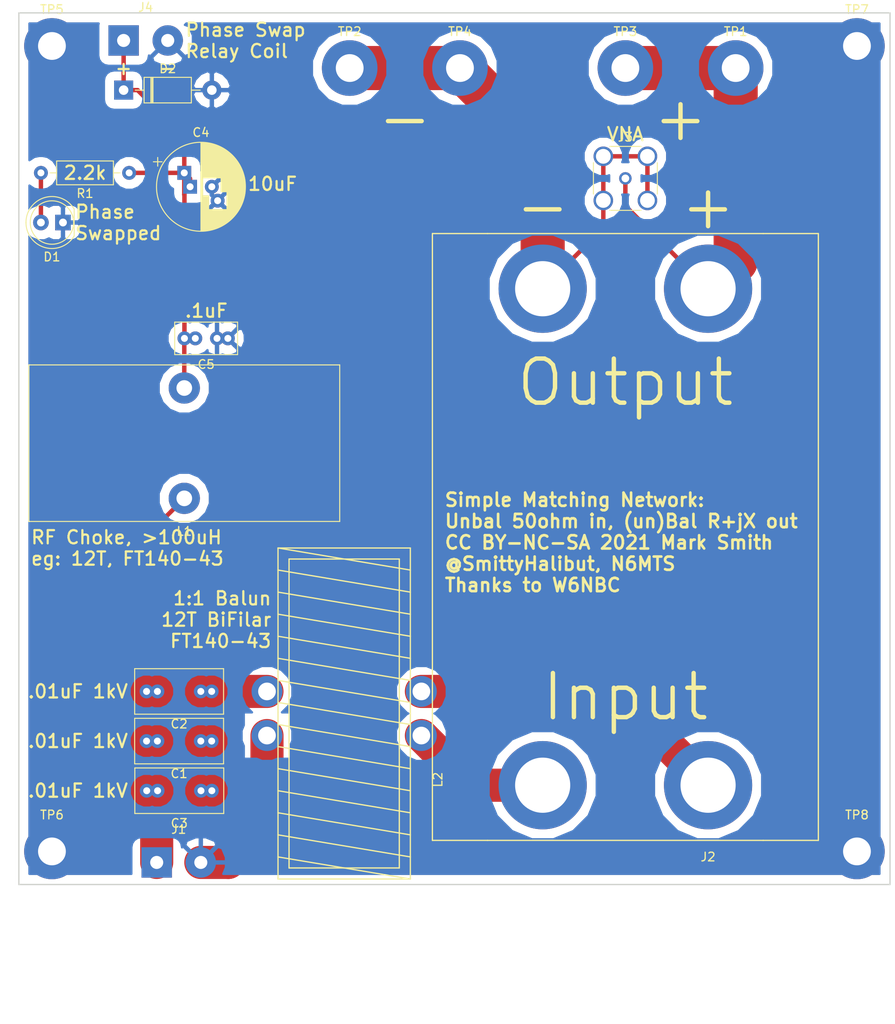
<source format=kicad_pcb>
(kicad_pcb (version 20171130) (host pcbnew 5.0.2-bee76a0~70~ubuntu16.04.1)

  (general
    (thickness 1.6)
    (drawings 25)
    (tracks 76)
    (zones 0)
    (modules 22)
    (nets 10)
  )

  (page A4)
  (layers
    (0 F.Cu signal)
    (31 B.Cu signal)
    (32 B.Adhes user)
    (33 F.Adhes user)
    (34 B.Paste user)
    (35 F.Paste user)
    (36 B.SilkS user)
    (37 F.SilkS user)
    (38 B.Mask user)
    (39 F.Mask user)
    (40 Dwgs.User user)
    (41 Cmts.User user)
    (42 Eco1.User user)
    (43 Eco2.User user)
    (44 Edge.Cuts user)
    (45 Margin user)
    (46 B.CrtYd user)
    (47 F.CrtYd user)
    (48 B.Fab user)
    (49 F.Fab user)
  )

  (setup
    (last_trace_width 0.508)
    (trace_clearance 0.2)
    (zone_clearance 1.016)
    (zone_45_only no)
    (trace_min 0.2)
    (segment_width 0.2)
    (edge_width 0.15)
    (via_size 0.8)
    (via_drill 0.4)
    (via_min_size 0.4)
    (via_min_drill 0.3)
    (uvia_size 0.3)
    (uvia_drill 0.1)
    (uvias_allowed no)
    (uvia_min_size 0.2)
    (uvia_min_drill 0.1)
    (pcb_text_width 0.3)
    (pcb_text_size 1.5 1.5)
    (mod_edge_width 0.15)
    (mod_text_size 1 1)
    (mod_text_width 0.15)
    (pad_size 6.4 6.4)
    (pad_drill 3.2)
    (pad_to_mask_clearance 0.051)
    (solder_mask_min_width 0.25)
    (aux_axis_origin 0 0)
    (visible_elements FFF9FF7F)
    (pcbplotparams
      (layerselection 0x010f0_ffffffff)
      (usegerberextensions false)
      (usegerberattributes false)
      (usegerberadvancedattributes false)
      (creategerberjobfile false)
      (excludeedgelayer true)
      (linewidth 0.100000)
      (plotframeref false)
      (viasonmask false)
      (mode 1)
      (useauxorigin false)
      (hpglpennumber 1)
      (hpglpenspeed 20)
      (hpglpendiameter 15.000000)
      (psnegative false)
      (psa4output false)
      (plotreference false)
      (plotvalue false)
      (plotinvisibletext false)
      (padsonsilk false)
      (subtractmaskfromsilk false)
      (outputformat 1)
      (mirror false)
      (drillshape 0)
      (scaleselection 1)
      (outputdirectory "Gergers"))
  )

  (net 0 "")
  (net 1 "Net-(C1-Pad2)")
  (net 2 "Net-(C1-Pad1)")
  (net 3 "Net-(C4-Pad1)")
  (net 4 "Net-(C4-Pad2)")
  (net 5 "Net-(D1-Pad2)")
  (net 6 "Net-(J2-Pad1)")
  (net 7 "Net-(J2-Pad2)")
  (net 8 "Net-(J2-Pad3)")
  (net 9 "Net-(J2-Pad4)")

  (net_class Default "This is the default net class."
    (clearance 0.2)
    (trace_width 0.508)
    (via_dia 0.8)
    (via_drill 0.4)
    (uvia_dia 0.3)
    (uvia_drill 0.1)
    (add_net "Net-(C4-Pad1)")
    (add_net "Net-(D1-Pad2)")
  )

  (net_class RF ""
    (clearance 0.2)
    (trace_width 0.508)
    (via_dia 0.8)
    (via_drill 0.4)
    (uvia_dia 0.3)
    (uvia_drill 0.1)
    (add_net "Net-(C1-Pad1)")
    (add_net "Net-(C1-Pad2)")
    (add_net "Net-(C4-Pad2)")
    (add_net "Net-(J2-Pad1)")
    (add_net "Net-(J2-Pad2)")
    (add_net "Net-(J2-Pad3)")
    (add_net "Net-(J2-Pad4)")
  )

  (module Libraries:Balun-FT140 (layer F.Cu) (tedit 6031A1FD) (tstamp 60A35E6D)
    (at 100.965 137.795 270)
    (path /6096E76F)
    (fp_text reference L2 (at 7.62 -10.795 270) (layer F.SilkS)
      (effects (font (size 1 1) (thickness 0.15)))
    )
    (fp_text value "1:1 Balun" (at 10.795 -8.89 270) (layer F.Fab)
      (effects (font (size 1 1) (thickness 0.15)))
    )
    (fp_line (start -17.78 -6.35) (end -17.78 6.35) (layer F.SilkS) (width 0.15))
    (fp_line (start -17.78 6.35) (end 17.78 6.35) (layer F.SilkS) (width 0.15))
    (fp_line (start 17.78 6.35) (end 17.78 -6.35) (layer F.SilkS) (width 0.15))
    (fp_line (start 17.78 -6.35) (end -17.78 -6.35) (layer F.SilkS) (width 0.15))
    (fp_line (start -19.05 -7.62) (end -19.05 7.62) (layer F.SilkS) (width 0.15))
    (fp_line (start -19.05 7.62) (end 19.05 7.62) (layer F.SilkS) (width 0.15))
    (fp_line (start 19.05 7.62) (end 19.05 -7.62) (layer F.SilkS) (width 0.15))
    (fp_line (start 19.05 -7.62) (end -19.05 -7.62) (layer F.SilkS) (width 0.15))
    (fp_line (start -19.05 7.62) (end -16.51 -7.62) (layer F.SilkS) (width 0.15))
    (fp_line (start -16.51 7.62) (end -13.97 -7.62) (layer F.SilkS) (width 0.15))
    (fp_line (start -13.97 7.62) (end -11.43 -7.62) (layer F.SilkS) (width 0.15))
    (fp_line (start -11.43 7.62) (end -8.89 -7.62) (layer F.SilkS) (width 0.15))
    (fp_line (start -8.89 7.62) (end -6.35 -7.62) (layer F.SilkS) (width 0.15))
    (fp_line (start -6.35 7.62) (end -3.81 -7.62) (layer F.SilkS) (width 0.15))
    (fp_line (start -3.81 7.62) (end -1.27 -7.62) (layer F.SilkS) (width 0.15))
    (fp_line (start -1.27 7.62) (end 1.27 -7.62) (layer F.SilkS) (width 0.15))
    (fp_line (start 1.27 7.62) (end 3.81 -7.62) (layer F.SilkS) (width 0.15))
    (fp_line (start 3.81 7.62) (end 6.35 -7.62) (layer F.SilkS) (width 0.15))
    (fp_line (start 6.35 7.62) (end 8.89 -7.62) (layer F.SilkS) (width 0.15))
    (fp_line (start 8.89 7.62) (end 11.43 -7.62) (layer F.SilkS) (width 0.15))
    (fp_line (start 11.43 7.62) (end 13.97 -7.62) (layer F.SilkS) (width 0.15))
    (fp_line (start 13.97 7.62) (end 16.51 -7.62) (layer F.SilkS) (width 0.15))
    (fp_line (start 16.51 7.62) (end 19.05 -7.62) (layer F.SilkS) (width 0.15))
    (pad 1 thru_hole circle (at -2.54 -8.89 270) (size 3.556 3.556) (drill 2.032) (layers *.Cu *.Mask)
      (net 6 "Net-(J2-Pad1)"))
    (pad 2 thru_hole circle (at -2.54 8.89 270) (size 3.556 3.556) (drill 2.032) (layers *.Cu *.Mask)
      (net 2 "Net-(C1-Pad1)"))
    (pad 4 thru_hole circle (at 2.54 8.89 270) (size 3.556 3.556) (drill 2.032) (layers *.Cu *.Mask)
      (net 4 "Net-(C4-Pad2)"))
    (pad 3 thru_hole circle (at 2.54 -8.89 270) (size 3.556 3.556) (drill 2.032) (layers *.Cu *.Mask)
      (net 7 "Net-(J2-Pad2)"))
  )

  (module Capacitor_THT:C_Rect_L10.0mm_W5.0mm_P5.00mm_P7.50mm (layer F.Cu) (tedit 5AE50EF0) (tstamp 60A36AC9)
    (at 85.705 140.97 180)
    (descr "C, Rect series, Radial, pin pitch=5.00mm 7.50mm, , length*width=10*5mm^2, Capacitor")
    (tags "C Rect series Radial pin pitch 5.00mm 7.50mm  length 10mm width 5mm Capacitor")
    (path /6098F754)
    (fp_text reference C1 (at 3.75 -3.75 180) (layer F.SilkS)
      (effects (font (size 1 1) (thickness 0.15)))
    )
    (fp_text value ".1uF 1kV" (at 3.75 3.75 180) (layer F.Fab)
      (effects (font (size 1 1) (thickness 0.15)))
    )
    (fp_text user %R (at 2.5 0 180) (layer F.Fab)
      (effects (font (size 1 1) (thickness 0.15)))
    )
    (fp_line (start 9 -2.75) (end -1.5 -2.75) (layer F.CrtYd) (width 0.05))
    (fp_line (start 9 2.75) (end 9 -2.75) (layer F.CrtYd) (width 0.05))
    (fp_line (start -1.5 2.75) (end 9 2.75) (layer F.CrtYd) (width 0.05))
    (fp_line (start -1.5 -2.75) (end -1.5 2.75) (layer F.CrtYd) (width 0.05))
    (fp_line (start 8.87 -2.62) (end 8.87 2.62) (layer F.SilkS) (width 0.12))
    (fp_line (start -1.37 -2.62) (end -1.37 2.62) (layer F.SilkS) (width 0.12))
    (fp_line (start -1.37 2.62) (end 8.87 2.62) (layer F.SilkS) (width 0.12))
    (fp_line (start -1.37 -2.62) (end 8.87 -2.62) (layer F.SilkS) (width 0.12))
    (fp_line (start 8.75 -2.5) (end -1.25 -2.5) (layer F.Fab) (width 0.1))
    (fp_line (start 8.75 2.5) (end 8.75 -2.5) (layer F.Fab) (width 0.1))
    (fp_line (start -1.25 2.5) (end 8.75 2.5) (layer F.Fab) (width 0.1))
    (fp_line (start -1.25 -2.5) (end -1.25 2.5) (layer F.Fab) (width 0.1))
    (pad 2 thru_hole circle (at 7.5 0 180) (size 1.6 1.6) (drill 0.8) (layers *.Cu *.Mask)
      (net 1 "Net-(C1-Pad2)"))
    (pad 1 thru_hole circle (at 0 0 180) (size 1.6 1.6) (drill 0.8) (layers *.Cu *.Mask)
      (net 2 "Net-(C1-Pad1)"))
    (pad 2 thru_hole circle (at 6.25 0 180) (size 1.6 1.6) (drill 0.8) (layers *.Cu *.Mask)
      (net 1 "Net-(C1-Pad2)"))
    (pad 1 thru_hole circle (at 1.25 0 180) (size 1.6 1.6) (drill 0.8) (layers *.Cu *.Mask)
      (net 2 "Net-(C1-Pad1)"))
    (model ${KISYS3DMOD}/Capacitor_THT.3dshapes/C_Rect_L10.0mm_W5.0mm_P5.00mm_P7.50mm.wrl
      (at (xyz 0 0 0))
      (scale (xyz 1 1 1))
      (rotate (xyz 0 0 0))
    )
  )

  (module Capacitor_THT:C_Rect_L10.0mm_W5.0mm_P5.00mm_P7.50mm (layer F.Cu) (tedit 5AE50EF0) (tstamp 60A35CC2)
    (at 85.705 135.255 180)
    (descr "C, Rect series, Radial, pin pitch=5.00mm 7.50mm, , length*width=10*5mm^2, Capacitor")
    (tags "C Rect series Radial pin pitch 5.00mm 7.50mm  length 10mm width 5mm Capacitor")
    (path /60970B60)
    (fp_text reference C2 (at 3.75 -3.75 180) (layer F.SilkS)
      (effects (font (size 1 1) (thickness 0.15)))
    )
    (fp_text value ".1uF 1kV" (at 3.75 3.75 180) (layer F.Fab)
      (effects (font (size 1 1) (thickness 0.15)))
    )
    (fp_line (start -1.25 -2.5) (end -1.25 2.5) (layer F.Fab) (width 0.1))
    (fp_line (start -1.25 2.5) (end 8.75 2.5) (layer F.Fab) (width 0.1))
    (fp_line (start 8.75 2.5) (end 8.75 -2.5) (layer F.Fab) (width 0.1))
    (fp_line (start 8.75 -2.5) (end -1.25 -2.5) (layer F.Fab) (width 0.1))
    (fp_line (start -1.37 -2.62) (end 8.87 -2.62) (layer F.SilkS) (width 0.12))
    (fp_line (start -1.37 2.62) (end 8.87 2.62) (layer F.SilkS) (width 0.12))
    (fp_line (start -1.37 -2.62) (end -1.37 2.62) (layer F.SilkS) (width 0.12))
    (fp_line (start 8.87 -2.62) (end 8.87 2.62) (layer F.SilkS) (width 0.12))
    (fp_line (start -1.5 -2.75) (end -1.5 2.75) (layer F.CrtYd) (width 0.05))
    (fp_line (start -1.5 2.75) (end 9 2.75) (layer F.CrtYd) (width 0.05))
    (fp_line (start 9 2.75) (end 9 -2.75) (layer F.CrtYd) (width 0.05))
    (fp_line (start 9 -2.75) (end -1.5 -2.75) (layer F.CrtYd) (width 0.05))
    (fp_text user %R (at 2.5 0 180) (layer F.Fab)
      (effects (font (size 1 1) (thickness 0.15)))
    )
    (pad 1 thru_hole circle (at 1.25 0 180) (size 1.6 1.6) (drill 0.8) (layers *.Cu *.Mask)
      (net 2 "Net-(C1-Pad1)"))
    (pad 2 thru_hole circle (at 6.25 0 180) (size 1.6 1.6) (drill 0.8) (layers *.Cu *.Mask)
      (net 1 "Net-(C1-Pad2)"))
    (pad 1 thru_hole circle (at 0 0 180) (size 1.6 1.6) (drill 0.8) (layers *.Cu *.Mask)
      (net 2 "Net-(C1-Pad1)"))
    (pad 2 thru_hole circle (at 7.5 0 180) (size 1.6 1.6) (drill 0.8) (layers *.Cu *.Mask)
      (net 1 "Net-(C1-Pad2)"))
    (model ${KISYS3DMOD}/Capacitor_THT.3dshapes/C_Rect_L10.0mm_W5.0mm_P5.00mm_P7.50mm.wrl
      (at (xyz 0 0 0))
      (scale (xyz 1 1 1))
      (rotate (xyz 0 0 0))
    )
  )

  (module Capacitor_THT:C_Rect_L10.0mm_W5.0mm_P5.00mm_P7.50mm (layer F.Cu) (tedit 5AE50EF0) (tstamp 60A35CD7)
    (at 85.725 146.685 180)
    (descr "C, Rect series, Radial, pin pitch=5.00mm 7.50mm, , length*width=10*5mm^2, Capacitor")
    (tags "C Rect series Radial pin pitch 5.00mm 7.50mm  length 10mm width 5mm Capacitor")
    (path /60970B1C)
    (fp_text reference C3 (at 3.75 -3.75 180) (layer F.SilkS)
      (effects (font (size 1 1) (thickness 0.15)))
    )
    (fp_text value ".1uF 1kV" (at 3.75 3.75 180) (layer F.Fab)
      (effects (font (size 1 1) (thickness 0.15)))
    )
    (fp_line (start -1.25 -2.5) (end -1.25 2.5) (layer F.Fab) (width 0.1))
    (fp_line (start -1.25 2.5) (end 8.75 2.5) (layer F.Fab) (width 0.1))
    (fp_line (start 8.75 2.5) (end 8.75 -2.5) (layer F.Fab) (width 0.1))
    (fp_line (start 8.75 -2.5) (end -1.25 -2.5) (layer F.Fab) (width 0.1))
    (fp_line (start -1.37 -2.62) (end 8.87 -2.62) (layer F.SilkS) (width 0.12))
    (fp_line (start -1.37 2.62) (end 8.87 2.62) (layer F.SilkS) (width 0.12))
    (fp_line (start -1.37 -2.62) (end -1.37 2.62) (layer F.SilkS) (width 0.12))
    (fp_line (start 8.87 -2.62) (end 8.87 2.62) (layer F.SilkS) (width 0.12))
    (fp_line (start -1.5 -2.75) (end -1.5 2.75) (layer F.CrtYd) (width 0.05))
    (fp_line (start -1.5 2.75) (end 9 2.75) (layer F.CrtYd) (width 0.05))
    (fp_line (start 9 2.75) (end 9 -2.75) (layer F.CrtYd) (width 0.05))
    (fp_line (start 9 -2.75) (end -1.5 -2.75) (layer F.CrtYd) (width 0.05))
    (fp_text user %R (at 2.5 0 180) (layer F.Fab)
      (effects (font (size 1 1) (thickness 0.15)))
    )
    (pad 1 thru_hole circle (at 1.25 0 180) (size 1.6 1.6) (drill 0.8) (layers *.Cu *.Mask)
      (net 2 "Net-(C1-Pad1)"))
    (pad 2 thru_hole circle (at 6.25 0 180) (size 1.6 1.6) (drill 0.8) (layers *.Cu *.Mask)
      (net 1 "Net-(C1-Pad2)"))
    (pad 1 thru_hole circle (at 0 0 180) (size 1.6 1.6) (drill 0.8) (layers *.Cu *.Mask)
      (net 2 "Net-(C1-Pad1)"))
    (pad 2 thru_hole circle (at 7.5 0 180) (size 1.6 1.6) (drill 0.8) (layers *.Cu *.Mask)
      (net 1 "Net-(C1-Pad2)"))
    (model ${KISYS3DMOD}/Capacitor_THT.3dshapes/C_Rect_L10.0mm_W5.0mm_P5.00mm_P7.50mm.wrl
      (at (xyz 0 0 0))
      (scale (xyz 1 1 1))
      (rotate (xyz 0 0 0))
    )
  )

  (module Capacitor_THT:CP_Radial_D10.0mm_P2.50mm_P5.00mm (layer F.Cu) (tedit 5AE50EF1) (tstamp 60A35DAC)
    (at 83.220937 77.165)
    (descr "CP, Radial series, Radial, pin pitch=2.50mm 5.00mm, , diameter=10mm, Electrolytic Capacitor")
    (tags "CP Radial series Radial pin pitch 2.50mm 5.00mm  diameter 10mm Electrolytic Capacitor")
    (path /6097BC1E)
    (fp_text reference C4 (at 1.25 -6.25) (layer F.SilkS)
      (effects (font (size 1 1) (thickness 0.15)))
    )
    (fp_text value 10uF (at 1.25 6.25) (layer F.Fab)
      (effects (font (size 1 1) (thickness 0.15)))
    )
    (fp_circle (center 1.25 0) (end 6.25 0) (layer F.Fab) (width 0.1))
    (fp_circle (center 1.25 0) (end 6.37 0) (layer F.SilkS) (width 0.12))
    (fp_circle (center 1.25 0) (end 6.5 0) (layer F.CrtYd) (width 0.05))
    (fp_line (start -3.038861 -2.1875) (end -2.038861 -2.1875) (layer F.Fab) (width 0.1))
    (fp_line (start -2.538861 -2.6875) (end -2.538861 -1.6875) (layer F.Fab) (width 0.1))
    (fp_line (start 1.25 -5.08) (end 1.25 5.08) (layer F.SilkS) (width 0.12))
    (fp_line (start 1.29 -5.08) (end 1.29 5.08) (layer F.SilkS) (width 0.12))
    (fp_line (start 1.33 -5.08) (end 1.33 5.08) (layer F.SilkS) (width 0.12))
    (fp_line (start 1.37 -5.079) (end 1.37 5.079) (layer F.SilkS) (width 0.12))
    (fp_line (start 1.41 -5.078) (end 1.41 5.078) (layer F.SilkS) (width 0.12))
    (fp_line (start 1.45 -5.077) (end 1.45 5.077) (layer F.SilkS) (width 0.12))
    (fp_line (start 1.49 -5.075) (end 1.49 -1.04) (layer F.SilkS) (width 0.12))
    (fp_line (start 1.49 1.04) (end 1.49 5.075) (layer F.SilkS) (width 0.12))
    (fp_line (start 1.53 -5.073) (end 1.53 -1.04) (layer F.SilkS) (width 0.12))
    (fp_line (start 1.53 1.04) (end 1.53 5.073) (layer F.SilkS) (width 0.12))
    (fp_line (start 1.57 -5.07) (end 1.57 -1.04) (layer F.SilkS) (width 0.12))
    (fp_line (start 1.57 1.04) (end 1.57 5.07) (layer F.SilkS) (width 0.12))
    (fp_line (start 1.61 -5.068) (end 1.61 -1.04) (layer F.SilkS) (width 0.12))
    (fp_line (start 1.61 1.04) (end 1.61 5.068) (layer F.SilkS) (width 0.12))
    (fp_line (start 1.65 -5.065) (end 1.65 -1.04) (layer F.SilkS) (width 0.12))
    (fp_line (start 1.65 1.04) (end 1.65 5.065) (layer F.SilkS) (width 0.12))
    (fp_line (start 1.69 -5.062) (end 1.69 -1.04) (layer F.SilkS) (width 0.12))
    (fp_line (start 1.69 1.04) (end 1.69 5.062) (layer F.SilkS) (width 0.12))
    (fp_line (start 1.73 -5.058) (end 1.73 -1.04) (layer F.SilkS) (width 0.12))
    (fp_line (start 1.73 1.04) (end 1.73 5.058) (layer F.SilkS) (width 0.12))
    (fp_line (start 1.77 -5.054) (end 1.77 -1.04) (layer F.SilkS) (width 0.12))
    (fp_line (start 1.77 1.04) (end 1.77 5.054) (layer F.SilkS) (width 0.12))
    (fp_line (start 1.81 -5.05) (end 1.81 -1.04) (layer F.SilkS) (width 0.12))
    (fp_line (start 1.81 1.04) (end 1.81 5.05) (layer F.SilkS) (width 0.12))
    (fp_line (start 1.85 -5.045) (end 1.85 -1.04) (layer F.SilkS) (width 0.12))
    (fp_line (start 1.85 1.04) (end 1.85 5.045) (layer F.SilkS) (width 0.12))
    (fp_line (start 1.89 -5.04) (end 1.89 -1.04) (layer F.SilkS) (width 0.12))
    (fp_line (start 1.89 1.04) (end 1.89 5.04) (layer F.SilkS) (width 0.12))
    (fp_line (start 1.93 -5.035) (end 1.93 -1.04) (layer F.SilkS) (width 0.12))
    (fp_line (start 1.93 1.04) (end 1.93 5.035) (layer F.SilkS) (width 0.12))
    (fp_line (start 1.971 -5.03) (end 1.971 -1.04) (layer F.SilkS) (width 0.12))
    (fp_line (start 1.971 1.04) (end 1.971 5.03) (layer F.SilkS) (width 0.12))
    (fp_line (start 2.011 -5.024) (end 2.011 -1.04) (layer F.SilkS) (width 0.12))
    (fp_line (start 2.011 1.04) (end 2.011 5.024) (layer F.SilkS) (width 0.12))
    (fp_line (start 2.051 -5.018) (end 2.051 -1.04) (layer F.SilkS) (width 0.12))
    (fp_line (start 2.051 1.04) (end 2.051 5.018) (layer F.SilkS) (width 0.12))
    (fp_line (start 2.091 -5.011) (end 2.091 -1.04) (layer F.SilkS) (width 0.12))
    (fp_line (start 2.091 1.04) (end 2.091 5.011) (layer F.SilkS) (width 0.12))
    (fp_line (start 2.131 -5.004) (end 2.131 -1.04) (layer F.SilkS) (width 0.12))
    (fp_line (start 2.131 1.04) (end 2.131 5.004) (layer F.SilkS) (width 0.12))
    (fp_line (start 2.171 -4.997) (end 2.171 -1.04) (layer F.SilkS) (width 0.12))
    (fp_line (start 2.171 2.64) (end 2.171 4.997) (layer F.SilkS) (width 0.12))
    (fp_line (start 2.211 -4.99) (end 2.211 -1.04) (layer F.SilkS) (width 0.12))
    (fp_line (start 2.211 2.64) (end 2.211 4.99) (layer F.SilkS) (width 0.12))
    (fp_line (start 2.251 -4.982) (end 2.251 -1.04) (layer F.SilkS) (width 0.12))
    (fp_line (start 2.251 2.64) (end 2.251 4.982) (layer F.SilkS) (width 0.12))
    (fp_line (start 2.291 -4.974) (end 2.291 -1.04) (layer F.SilkS) (width 0.12))
    (fp_line (start 2.291 2.64) (end 2.291 4.974) (layer F.SilkS) (width 0.12))
    (fp_line (start 2.331 -4.965) (end 2.331 -1.04) (layer F.SilkS) (width 0.12))
    (fp_line (start 2.331 2.64) (end 2.331 4.965) (layer F.SilkS) (width 0.12))
    (fp_line (start 2.371 -4.956) (end 2.371 -1.04) (layer F.SilkS) (width 0.12))
    (fp_line (start 2.371 2.64) (end 2.371 4.956) (layer F.SilkS) (width 0.12))
    (fp_line (start 2.411 -4.947) (end 2.411 -1.04) (layer F.SilkS) (width 0.12))
    (fp_line (start 2.411 2.64) (end 2.411 4.947) (layer F.SilkS) (width 0.12))
    (fp_line (start 2.451 -4.938) (end 2.451 -1.04) (layer F.SilkS) (width 0.12))
    (fp_line (start 2.451 2.64) (end 2.451 4.938) (layer F.SilkS) (width 0.12))
    (fp_line (start 2.491 -4.928) (end 2.491 -1.04) (layer F.SilkS) (width 0.12))
    (fp_line (start 2.491 2.64) (end 2.491 4.928) (layer F.SilkS) (width 0.12))
    (fp_line (start 2.531 -4.918) (end 2.531 -1.04) (layer F.SilkS) (width 0.12))
    (fp_line (start 2.531 2.64) (end 2.531 4.918) (layer F.SilkS) (width 0.12))
    (fp_line (start 2.571 -4.907) (end 2.571 -1.04) (layer F.SilkS) (width 0.12))
    (fp_line (start 2.571 2.64) (end 2.571 4.907) (layer F.SilkS) (width 0.12))
    (fp_line (start 2.611 -4.897) (end 2.611 -1.04) (layer F.SilkS) (width 0.12))
    (fp_line (start 2.611 2.64) (end 2.611 4.897) (layer F.SilkS) (width 0.12))
    (fp_line (start 2.651 -4.885) (end 2.651 -1.04) (layer F.SilkS) (width 0.12))
    (fp_line (start 2.651 2.64) (end 2.651 4.885) (layer F.SilkS) (width 0.12))
    (fp_line (start 2.691 -4.874) (end 2.691 -1.04) (layer F.SilkS) (width 0.12))
    (fp_line (start 2.691 2.64) (end 2.691 4.874) (layer F.SilkS) (width 0.12))
    (fp_line (start 2.731 -4.862) (end 2.731 -1.04) (layer F.SilkS) (width 0.12))
    (fp_line (start 2.731 2.64) (end 2.731 4.862) (layer F.SilkS) (width 0.12))
    (fp_line (start 2.771 -4.85) (end 2.771 -1.04) (layer F.SilkS) (width 0.12))
    (fp_line (start 2.771 2.64) (end 2.771 4.85) (layer F.SilkS) (width 0.12))
    (fp_line (start 2.811 -4.837) (end 2.811 -1.04) (layer F.SilkS) (width 0.12))
    (fp_line (start 2.811 2.64) (end 2.811 4.837) (layer F.SilkS) (width 0.12))
    (fp_line (start 2.851 -4.824) (end 2.851 -1.04) (layer F.SilkS) (width 0.12))
    (fp_line (start 2.851 2.64) (end 2.851 4.824) (layer F.SilkS) (width 0.12))
    (fp_line (start 2.891 -4.811) (end 2.891 -1.04) (layer F.SilkS) (width 0.12))
    (fp_line (start 2.891 2.64) (end 2.891 4.811) (layer F.SilkS) (width 0.12))
    (fp_line (start 2.931 -4.797) (end 2.931 -1.04) (layer F.SilkS) (width 0.12))
    (fp_line (start 2.931 2.64) (end 2.931 4.797) (layer F.SilkS) (width 0.12))
    (fp_line (start 2.971 -4.783) (end 2.971 -1.04) (layer F.SilkS) (width 0.12))
    (fp_line (start 2.971 2.64) (end 2.971 4.783) (layer F.SilkS) (width 0.12))
    (fp_line (start 3.011 -4.768) (end 3.011 -1.04) (layer F.SilkS) (width 0.12))
    (fp_line (start 3.011 2.64) (end 3.011 4.768) (layer F.SilkS) (width 0.12))
    (fp_line (start 3.051 -4.754) (end 3.051 -1.04) (layer F.SilkS) (width 0.12))
    (fp_line (start 3.051 2.64) (end 3.051 4.754) (layer F.SilkS) (width 0.12))
    (fp_line (start 3.091 -4.738) (end 3.091 -1.04) (layer F.SilkS) (width 0.12))
    (fp_line (start 3.091 2.64) (end 3.091 4.738) (layer F.SilkS) (width 0.12))
    (fp_line (start 3.131 -4.723) (end 3.131 -1.04) (layer F.SilkS) (width 0.12))
    (fp_line (start 3.131 2.64) (end 3.131 4.723) (layer F.SilkS) (width 0.12))
    (fp_line (start 3.171 -4.707) (end 3.171 -1.04) (layer F.SilkS) (width 0.12))
    (fp_line (start 3.171 2.64) (end 3.171 4.707) (layer F.SilkS) (width 0.12))
    (fp_line (start 3.211 -4.69) (end 3.211 -1.04) (layer F.SilkS) (width 0.12))
    (fp_line (start 3.211 2.64) (end 3.211 4.69) (layer F.SilkS) (width 0.12))
    (fp_line (start 3.251 -4.674) (end 3.251 -1.04) (layer F.SilkS) (width 0.12))
    (fp_line (start 3.251 2.64) (end 3.251 4.674) (layer F.SilkS) (width 0.12))
    (fp_line (start 3.291 -4.657) (end 3.291 -1.04) (layer F.SilkS) (width 0.12))
    (fp_line (start 3.291 2.64) (end 3.291 4.657) (layer F.SilkS) (width 0.12))
    (fp_line (start 3.331 -4.639) (end 3.331 -1.04) (layer F.SilkS) (width 0.12))
    (fp_line (start 3.331 2.64) (end 3.331 4.639) (layer F.SilkS) (width 0.12))
    (fp_line (start 3.371 -4.621) (end 3.371 -1.04) (layer F.SilkS) (width 0.12))
    (fp_line (start 3.371 2.64) (end 3.371 4.621) (layer F.SilkS) (width 0.12))
    (fp_line (start 3.411 -4.603) (end 3.411 -1.04) (layer F.SilkS) (width 0.12))
    (fp_line (start 3.411 2.64) (end 3.411 4.603) (layer F.SilkS) (width 0.12))
    (fp_line (start 3.451 -4.584) (end 3.451 -1.04) (layer F.SilkS) (width 0.12))
    (fp_line (start 3.451 2.64) (end 3.451 4.584) (layer F.SilkS) (width 0.12))
    (fp_line (start 3.491 -4.564) (end 3.491 -1.04) (layer F.SilkS) (width 0.12))
    (fp_line (start 3.491 2.64) (end 3.491 4.564) (layer F.SilkS) (width 0.12))
    (fp_line (start 3.531 -4.545) (end 3.531 -1.04) (layer F.SilkS) (width 0.12))
    (fp_line (start 3.531 2.64) (end 3.531 4.545) (layer F.SilkS) (width 0.12))
    (fp_line (start 3.571 -4.525) (end 3.571 0.56) (layer F.SilkS) (width 0.12))
    (fp_line (start 3.571 2.64) (end 3.571 4.525) (layer F.SilkS) (width 0.12))
    (fp_line (start 3.611 -4.504) (end 3.611 0.56) (layer F.SilkS) (width 0.12))
    (fp_line (start 3.611 2.64) (end 3.611 4.504) (layer F.SilkS) (width 0.12))
    (fp_line (start 3.651 -4.483) (end 3.651 0.56) (layer F.SilkS) (width 0.12))
    (fp_line (start 3.651 2.64) (end 3.651 4.483) (layer F.SilkS) (width 0.12))
    (fp_line (start 3.691 -4.462) (end 3.691 0.56) (layer F.SilkS) (width 0.12))
    (fp_line (start 3.691 2.64) (end 3.691 4.462) (layer F.SilkS) (width 0.12))
    (fp_line (start 3.731 -4.44) (end 3.731 0.56) (layer F.SilkS) (width 0.12))
    (fp_line (start 3.731 2.64) (end 3.731 4.44) (layer F.SilkS) (width 0.12))
    (fp_line (start 3.771 -4.417) (end 3.771 0.56) (layer F.SilkS) (width 0.12))
    (fp_line (start 3.771 2.64) (end 3.771 4.417) (layer F.SilkS) (width 0.12))
    (fp_line (start 3.811 -4.395) (end 3.811 0.56) (layer F.SilkS) (width 0.12))
    (fp_line (start 3.811 2.64) (end 3.811 4.395) (layer F.SilkS) (width 0.12))
    (fp_line (start 3.851 -4.371) (end 3.851 0.56) (layer F.SilkS) (width 0.12))
    (fp_line (start 3.851 2.64) (end 3.851 4.371) (layer F.SilkS) (width 0.12))
    (fp_line (start 3.891 -4.347) (end 3.891 0.56) (layer F.SilkS) (width 0.12))
    (fp_line (start 3.891 2.64) (end 3.891 4.347) (layer F.SilkS) (width 0.12))
    (fp_line (start 3.931 -4.323) (end 3.931 0.56) (layer F.SilkS) (width 0.12))
    (fp_line (start 3.931 2.64) (end 3.931 4.323) (layer F.SilkS) (width 0.12))
    (fp_line (start 3.971 -4.298) (end 3.971 0.56) (layer F.SilkS) (width 0.12))
    (fp_line (start 3.971 2.64) (end 3.971 4.298) (layer F.SilkS) (width 0.12))
    (fp_line (start 4.011 -4.273) (end 4.011 0.56) (layer F.SilkS) (width 0.12))
    (fp_line (start 4.011 2.64) (end 4.011 4.273) (layer F.SilkS) (width 0.12))
    (fp_line (start 4.051 -4.247) (end 4.051 0.56) (layer F.SilkS) (width 0.12))
    (fp_line (start 4.051 2.64) (end 4.051 4.247) (layer F.SilkS) (width 0.12))
    (fp_line (start 4.091 -4.221) (end 4.091 0.56) (layer F.SilkS) (width 0.12))
    (fp_line (start 4.091 2.64) (end 4.091 4.221) (layer F.SilkS) (width 0.12))
    (fp_line (start 4.131 -4.194) (end 4.131 0.56) (layer F.SilkS) (width 0.12))
    (fp_line (start 4.131 2.64) (end 4.131 4.194) (layer F.SilkS) (width 0.12))
    (fp_line (start 4.171 -4.166) (end 4.171 0.56) (layer F.SilkS) (width 0.12))
    (fp_line (start 4.171 2.64) (end 4.171 4.166) (layer F.SilkS) (width 0.12))
    (fp_line (start 4.211 -4.138) (end 4.211 0.56) (layer F.SilkS) (width 0.12))
    (fp_line (start 4.211 2.64) (end 4.211 4.138) (layer F.SilkS) (width 0.12))
    (fp_line (start 4.251 -4.11) (end 4.251 4.11) (layer F.SilkS) (width 0.12))
    (fp_line (start 4.291 -4.08) (end 4.291 4.08) (layer F.SilkS) (width 0.12))
    (fp_line (start 4.331 -4.05) (end 4.331 4.05) (layer F.SilkS) (width 0.12))
    (fp_line (start 4.371 -4.02) (end 4.371 4.02) (layer F.SilkS) (width 0.12))
    (fp_line (start 4.411 -3.989) (end 4.411 3.989) (layer F.SilkS) (width 0.12))
    (fp_line (start 4.451 -3.957) (end 4.451 3.957) (layer F.SilkS) (width 0.12))
    (fp_line (start 4.491 -3.925) (end 4.491 3.925) (layer F.SilkS) (width 0.12))
    (fp_line (start 4.531 -3.892) (end 4.531 3.892) (layer F.SilkS) (width 0.12))
    (fp_line (start 4.571 -3.858) (end 4.571 3.858) (layer F.SilkS) (width 0.12))
    (fp_line (start 4.611 -3.824) (end 4.611 3.824) (layer F.SilkS) (width 0.12))
    (fp_line (start 4.651 -3.789) (end 4.651 3.789) (layer F.SilkS) (width 0.12))
    (fp_line (start 4.691 -3.753) (end 4.691 3.753) (layer F.SilkS) (width 0.12))
    (fp_line (start 4.731 -3.716) (end 4.731 3.716) (layer F.SilkS) (width 0.12))
    (fp_line (start 4.771 -3.679) (end 4.771 3.679) (layer F.SilkS) (width 0.12))
    (fp_line (start 4.811 -3.64) (end 4.811 3.64) (layer F.SilkS) (width 0.12))
    (fp_line (start 4.851 -3.601) (end 4.851 3.601) (layer F.SilkS) (width 0.12))
    (fp_line (start 4.891 -3.561) (end 4.891 3.561) (layer F.SilkS) (width 0.12))
    (fp_line (start 4.931 -3.52) (end 4.931 3.52) (layer F.SilkS) (width 0.12))
    (fp_line (start 4.971 -3.478) (end 4.971 3.478) (layer F.SilkS) (width 0.12))
    (fp_line (start 5.011 -3.436) (end 5.011 3.436) (layer F.SilkS) (width 0.12))
    (fp_line (start 5.051 -3.392) (end 5.051 3.392) (layer F.SilkS) (width 0.12))
    (fp_line (start 5.091 -3.347) (end 5.091 3.347) (layer F.SilkS) (width 0.12))
    (fp_line (start 5.131 -3.301) (end 5.131 3.301) (layer F.SilkS) (width 0.12))
    (fp_line (start 5.171 -3.254) (end 5.171 3.254) (layer F.SilkS) (width 0.12))
    (fp_line (start 5.211 -3.206) (end 5.211 3.206) (layer F.SilkS) (width 0.12))
    (fp_line (start 5.251 -3.156) (end 5.251 3.156) (layer F.SilkS) (width 0.12))
    (fp_line (start 5.291 -3.106) (end 5.291 3.106) (layer F.SilkS) (width 0.12))
    (fp_line (start 5.331 -3.054) (end 5.331 3.054) (layer F.SilkS) (width 0.12))
    (fp_line (start 5.371 -3) (end 5.371 3) (layer F.SilkS) (width 0.12))
    (fp_line (start 5.411 -2.945) (end 5.411 2.945) (layer F.SilkS) (width 0.12))
    (fp_line (start 5.451 -2.889) (end 5.451 2.889) (layer F.SilkS) (width 0.12))
    (fp_line (start 5.491 -2.83) (end 5.491 2.83) (layer F.SilkS) (width 0.12))
    (fp_line (start 5.531 -2.77) (end 5.531 2.77) (layer F.SilkS) (width 0.12))
    (fp_line (start 5.571 -2.709) (end 5.571 2.709) (layer F.SilkS) (width 0.12))
    (fp_line (start 5.611 -2.645) (end 5.611 2.645) (layer F.SilkS) (width 0.12))
    (fp_line (start 5.651 -2.579) (end 5.651 2.579) (layer F.SilkS) (width 0.12))
    (fp_line (start 5.691 -2.51) (end 5.691 2.51) (layer F.SilkS) (width 0.12))
    (fp_line (start 5.731 -2.439) (end 5.731 2.439) (layer F.SilkS) (width 0.12))
    (fp_line (start 5.771 -2.365) (end 5.771 2.365) (layer F.SilkS) (width 0.12))
    (fp_line (start 5.811 -2.289) (end 5.811 2.289) (layer F.SilkS) (width 0.12))
    (fp_line (start 5.851 -2.209) (end 5.851 2.209) (layer F.SilkS) (width 0.12))
    (fp_line (start 5.891 -2.125) (end 5.891 2.125) (layer F.SilkS) (width 0.12))
    (fp_line (start 5.931 -2.037) (end 5.931 2.037) (layer F.SilkS) (width 0.12))
    (fp_line (start 5.971 -1.944) (end 5.971 1.944) (layer F.SilkS) (width 0.12))
    (fp_line (start 6.011 -1.846) (end 6.011 1.846) (layer F.SilkS) (width 0.12))
    (fp_line (start 6.051 -1.742) (end 6.051 1.742) (layer F.SilkS) (width 0.12))
    (fp_line (start 6.091 -1.63) (end 6.091 1.63) (layer F.SilkS) (width 0.12))
    (fp_line (start 6.131 -1.51) (end 6.131 1.51) (layer F.SilkS) (width 0.12))
    (fp_line (start 6.171 -1.378) (end 6.171 1.378) (layer F.SilkS) (width 0.12))
    (fp_line (start 6.211 -1.23) (end 6.211 1.23) (layer F.SilkS) (width 0.12))
    (fp_line (start 6.251 -1.062) (end 6.251 1.062) (layer F.SilkS) (width 0.12))
    (fp_line (start 6.291 -0.862) (end 6.291 0.862) (layer F.SilkS) (width 0.12))
    (fp_line (start 6.331 -0.599) (end 6.331 0.599) (layer F.SilkS) (width 0.12))
    (fp_line (start -4.229646 -2.875) (end -3.229646 -2.875) (layer F.SilkS) (width 0.12))
    (fp_line (start -3.729646 -3.375) (end -3.729646 -2.375) (layer F.SilkS) (width 0.12))
    (fp_text user %R (at 1.25 0) (layer F.Fab)
      (effects (font (size 1 1) (thickness 0.15)))
    )
    (pad 1 thru_hole rect (at 0 0) (size 1.6 1.6) (drill 0.8) (layers *.Cu *.Mask)
      (net 3 "Net-(C4-Pad1)"))
    (pad 2 thru_hole circle (at 2.5 0) (size 1.6 1.6) (drill 0.8) (layers *.Cu *.Mask)
      (net 4 "Net-(C4-Pad2)"))
    (pad 1 thru_hole rect (at -0.670937 -1.6) (size 1.6 1.6) (drill 0.8) (layers *.Cu *.Mask)
      (net 3 "Net-(C4-Pad1)"))
    (pad 2 thru_hole circle (at 3.170937 1.6) (size 1.6 1.6) (drill 0.8) (layers *.Cu *.Mask)
      (net 4 "Net-(C4-Pad2)"))
    (model ${KISYS3DMOD}/Capacitor_THT.3dshapes/CP_Radial_D10.0mm_P2.50mm_P5.00mm.wrl
      (at (xyz 0 0 0))
      (scale (xyz 1 1 1))
      (rotate (xyz 0 0 0))
    )
  )

  (module Capacitor_THT:C_Rect_L7.0mm_W3.5mm_P2.50mm_P5.00mm (layer F.Cu) (tedit 5AE50EF0) (tstamp 60A38516)
    (at 87.57 94.615 180)
    (descr "C, Rect series, Radial, pin pitch=2.50mm 5.00mm, , length*width=7*3.5mm^2, Capacitor")
    (tags "C Rect series Radial pin pitch 2.50mm 5.00mm  length 7mm width 3.5mm Capacitor")
    (path /6097DE88)
    (fp_text reference C5 (at 2.5 -3 180) (layer F.SilkS)
      (effects (font (size 1 1) (thickness 0.15)))
    )
    (fp_text value .1uF (at 2.5 3 180) (layer F.Fab)
      (effects (font (size 1 1) (thickness 0.15)))
    )
    (fp_line (start -1 -1.75) (end -1 1.75) (layer F.Fab) (width 0.1))
    (fp_line (start -1 1.75) (end 6 1.75) (layer F.Fab) (width 0.1))
    (fp_line (start 6 1.75) (end 6 -1.75) (layer F.Fab) (width 0.1))
    (fp_line (start 6 -1.75) (end -1 -1.75) (layer F.Fab) (width 0.1))
    (fp_line (start -1.12 -1.87) (end 6.12 -1.87) (layer F.SilkS) (width 0.12))
    (fp_line (start -1.12 1.87) (end 6.12 1.87) (layer F.SilkS) (width 0.12))
    (fp_line (start -1.12 -1.87) (end -1.12 1.87) (layer F.SilkS) (width 0.12))
    (fp_line (start 6.12 -1.87) (end 6.12 1.87) (layer F.SilkS) (width 0.12))
    (fp_line (start -1.25 -2) (end -1.25 2) (layer F.CrtYd) (width 0.05))
    (fp_line (start -1.25 2) (end 6.25 2) (layer F.CrtYd) (width 0.05))
    (fp_line (start 6.25 2) (end 6.25 -2) (layer F.CrtYd) (width 0.05))
    (fp_line (start 6.25 -2) (end -1.25 -2) (layer F.CrtYd) (width 0.05))
    (fp_text user %R (at 1.25 0 180) (layer F.Fab)
      (effects (font (size 1 1) (thickness 0.15)))
    )
    (pad 1 thru_hole circle (at 1.25 0 180) (size 1.6 1.6) (drill 0.8) (layers *.Cu *.Mask)
      (net 4 "Net-(C4-Pad2)"))
    (pad 2 thru_hole circle (at 3.75 0 180) (size 1.6 1.6) (drill 0.8) (layers *.Cu *.Mask)
      (net 3 "Net-(C4-Pad1)"))
    (pad 1 thru_hole circle (at 0 0 180) (size 1.6 1.6) (drill 0.8) (layers *.Cu *.Mask)
      (net 4 "Net-(C4-Pad2)"))
    (pad 2 thru_hole circle (at 5 0 180) (size 1.6 1.6) (drill 0.8) (layers *.Cu *.Mask)
      (net 3 "Net-(C4-Pad1)"))
    (model ${KISYS3DMOD}/Capacitor_THT.3dshapes/C_Rect_L7.0mm_W3.5mm_P2.50mm_P5.00mm.wrl
      (at (xyz 0 0 0))
      (scale (xyz 1 1 1))
      (rotate (xyz 0 0 0))
    )
  )

  (module LED_THT:LED_D5.0mm (layer F.Cu) (tedit 5995936A) (tstamp 60A35DD3)
    (at 68.58 81.28 180)
    (descr "LED, diameter 5.0mm, 2 pins, http://cdn-reichelt.de/documents/datenblatt/A500/LL-504BC2E-009.pdf")
    (tags "LED diameter 5.0mm 2 pins")
    (path /60976271)
    (fp_text reference D1 (at 1.27 -3.96 180) (layer F.SilkS)
      (effects (font (size 1 1) (thickness 0.15)))
    )
    (fp_text value "Phase Swapped" (at 1.27 3.96 180) (layer F.Fab)
      (effects (font (size 1 1) (thickness 0.15)))
    )
    (fp_arc (start 1.27 0) (end -1.23 -1.469694) (angle 299.1) (layer F.Fab) (width 0.1))
    (fp_arc (start 1.27 0) (end -1.29 -1.54483) (angle 148.9) (layer F.SilkS) (width 0.12))
    (fp_arc (start 1.27 0) (end -1.29 1.54483) (angle -148.9) (layer F.SilkS) (width 0.12))
    (fp_circle (center 1.27 0) (end 3.77 0) (layer F.Fab) (width 0.1))
    (fp_circle (center 1.27 0) (end 3.77 0) (layer F.SilkS) (width 0.12))
    (fp_line (start -1.23 -1.469694) (end -1.23 1.469694) (layer F.Fab) (width 0.1))
    (fp_line (start -1.29 -1.545) (end -1.29 1.545) (layer F.SilkS) (width 0.12))
    (fp_line (start -1.95 -3.25) (end -1.95 3.25) (layer F.CrtYd) (width 0.05))
    (fp_line (start -1.95 3.25) (end 4.5 3.25) (layer F.CrtYd) (width 0.05))
    (fp_line (start 4.5 3.25) (end 4.5 -3.25) (layer F.CrtYd) (width 0.05))
    (fp_line (start 4.5 -3.25) (end -1.95 -3.25) (layer F.CrtYd) (width 0.05))
    (fp_text user %R (at 1.25 0 180) (layer F.Fab)
      (effects (font (size 0.8 0.8) (thickness 0.2)))
    )
    (pad 1 thru_hole rect (at 0 0 180) (size 1.8 1.8) (drill 0.9) (layers *.Cu *.Mask)
      (net 4 "Net-(C4-Pad2)"))
    (pad 2 thru_hole circle (at 2.54 0 180) (size 1.8 1.8) (drill 0.9) (layers *.Cu *.Mask)
      (net 5 "Net-(D1-Pad2)"))
    (model ${KISYS3DMOD}/LED_THT.3dshapes/LED_D5.0mm.wrl
      (at (xyz 0 0 0))
      (scale (xyz 1 1 1))
      (rotate (xyz 0 0 0))
    )
  )

  (module Diode_THT:D_DO-41_SOD81_P10.16mm_Horizontal (layer F.Cu) (tedit 6097085D) (tstamp 60A365F6)
    (at 75.565 66.04)
    (descr "Diode, DO-41_SOD81 series, Axial, Horizontal, pin pitch=10.16mm, , length*diameter=5.2*2.7mm^2, , http://www.diodes.com/_files/packages/DO-41%20(Plastic).pdf")
    (tags "Diode DO-41_SOD81 series Axial Horizontal pin pitch 10.16mm  length 5.2mm diameter 2.7mm")
    (path /609700F6)
    (fp_text reference D2 (at 5.08 -2.47) (layer F.SilkS)
      (effects (font (size 1 1) (thickness 0.15)))
    )
    (fp_text value 1N4001 (at 5.08 2.47) (layer F.Fab)
      (effects (font (size 1 1) (thickness 0.15)))
    )
    (fp_line (start 2.48 -1.35) (end 2.48 1.35) (layer F.Fab) (width 0.1))
    (fp_line (start 2.48 1.35) (end 7.68 1.35) (layer F.Fab) (width 0.1))
    (fp_line (start 7.68 1.35) (end 7.68 -1.35) (layer F.Fab) (width 0.1))
    (fp_line (start 7.68 -1.35) (end 2.48 -1.35) (layer F.Fab) (width 0.1))
    (fp_line (start 0 0) (end 2.48 0) (layer F.Fab) (width 0.1))
    (fp_line (start 10.16 0) (end 7.68 0) (layer F.Fab) (width 0.1))
    (fp_line (start 3.26 -1.35) (end 3.26 1.35) (layer F.Fab) (width 0.1))
    (fp_line (start 3.36 -1.35) (end 3.36 1.35) (layer F.Fab) (width 0.1))
    (fp_line (start 3.16 -1.35) (end 3.16 1.35) (layer F.Fab) (width 0.1))
    (fp_line (start 2.36 -1.47) (end 2.36 1.47) (layer F.SilkS) (width 0.12))
    (fp_line (start 2.36 1.47) (end 7.8 1.47) (layer F.SilkS) (width 0.12))
    (fp_line (start 7.8 1.47) (end 7.8 -1.47) (layer F.SilkS) (width 0.12))
    (fp_line (start 7.8 -1.47) (end 2.36 -1.47) (layer F.SilkS) (width 0.12))
    (fp_line (start 1.34 0) (end 2.36 0) (layer F.SilkS) (width 0.12))
    (fp_line (start 8.82 0) (end 7.8 0) (layer F.SilkS) (width 0.12))
    (fp_line (start 3.26 -1.47) (end 3.26 1.47) (layer F.SilkS) (width 0.12))
    (fp_line (start 3.38 -1.47) (end 3.38 1.47) (layer F.SilkS) (width 0.12))
    (fp_line (start 3.14 -1.47) (end 3.14 1.47) (layer F.SilkS) (width 0.12))
    (fp_line (start -1.35 -1.6) (end -1.35 1.6) (layer F.CrtYd) (width 0.05))
    (fp_line (start -1.35 1.6) (end 11.51 1.6) (layer F.CrtYd) (width 0.05))
    (fp_line (start 11.51 1.6) (end 11.51 -1.6) (layer F.CrtYd) (width 0.05))
    (fp_line (start 11.51 -1.6) (end -1.35 -1.6) (layer F.CrtYd) (width 0.05))
    (fp_text user %R (at 5.47 0) (layer F.Fab)
      (effects (font (size 1 1) (thickness 0.15)))
    )
    (fp_text user K (at 0 -2.1) (layer F.Fab) hide
      (effects (font (size 1 1) (thickness 0.15)))
    )
    (fp_text user K (at 0 -2.1) (layer F.SilkS) hide
      (effects (font (size 1 1) (thickness 0.15)))
    )
    (pad 1 thru_hole rect (at 0 0) (size 2.2 2.2) (drill 1.1) (layers *.Cu *.Mask)
      (net 3 "Net-(C4-Pad1)"))
    (pad 2 thru_hole oval (at 10.16 0) (size 2.2 2.2) (drill 1.1) (layers *.Cu *.Mask)
      (net 4 "Net-(C4-Pad2)"))
    (model ${KISYS3DMOD}/Diode_THT.3dshapes/D_DO-41_SOD81_P10.16mm_Horizontal.wrl
      (at (xyz 0 0 0))
      (scale (xyz 1 1 1))
      (rotate (xyz 0 0 0))
    )
  )

  (module Connector_Wire:SolderWirePad_1x02_P5.08mm_Drill1.5mm (layer F.Cu) (tedit 5AEE5F19) (tstamp 60A35DFD)
    (at 79.375 154.94)
    (descr "Wire solder connection")
    (tags connector)
    (path /609709F2)
    (attr virtual)
    (fp_text reference J1 (at 2.54 -3.81) (layer F.SilkS)
      (effects (font (size 1 1) (thickness 0.15)))
    )
    (fp_text value "RF In" (at 2.54 3.81) (layer F.Fab)
      (effects (font (size 1 1) (thickness 0.15)))
    )
    (fp_text user %R (at 2.54 0) (layer F.Fab)
      (effects (font (size 1 1) (thickness 0.15)))
    )
    (fp_line (start -2.25 -2.25) (end 7.33 -2.25) (layer F.CrtYd) (width 0.05))
    (fp_line (start -2.25 -2.25) (end -2.25 2.25) (layer F.CrtYd) (width 0.05))
    (fp_line (start 7.33 2.25) (end 7.33 -2.25) (layer F.CrtYd) (width 0.05))
    (fp_line (start 7.33 2.25) (end -2.25 2.25) (layer F.CrtYd) (width 0.05))
    (pad 1 thru_hole rect (at 0 0) (size 3.50012 3.50012) (drill 1.50114) (layers *.Cu *.Mask)
      (net 1 "Net-(C1-Pad2)"))
    (pad 2 thru_hole circle (at 5.08 0) (size 3.50012 3.50012) (drill 1.50114) (layers *.Cu *.Mask)
      (net 4 "Net-(C4-Pad2)"))
  )

  (module Libraries:MatchingNetworkModule (layer F.Cu) (tedit 60319C3C) (tstamp 60A35E0F)
    (at 142.875 146.05 180)
    (path /609A49B6)
    (fp_text reference J2 (at 0 -8.255 180) (layer F.SilkS)
      (effects (font (size 1 1) (thickness 0.15)))
    )
    (fp_text value "Matching Network" (at 0 -26.67 180) (layer F.Fab)
      (effects (font (size 1 1) (thickness 0.15)))
    )
    (fp_line (start -12.7 -6.35) (end -12.7 57.15) (layer F.SilkS) (width 0.15))
    (fp_line (start -6.35 63.5) (end 25.4 63.5) (layer F.SilkS) (width 0.15))
    (fp_line (start 31.75 57.15) (end 31.75 -6.35) (layer F.SilkS) (width 0.15))
    (fp_line (start 25.4 -6.35) (end -6.35 -6.35) (layer F.SilkS) (width 0.15))
    (fp_line (start -12.7 57.15) (end -12.7 63.5) (layer F.SilkS) (width 0.15))
    (fp_line (start -12.7 63.5) (end -6.35 63.5) (layer F.SilkS) (width 0.15))
    (fp_line (start 25.4 63.5) (end 31.75 63.5) (layer F.SilkS) (width 0.15))
    (fp_line (start 31.75 63.5) (end 31.75 57.15) (layer F.SilkS) (width 0.15))
    (fp_line (start -12.7 -6.35) (end -6.35 -6.35) (layer F.SilkS) (width 0.15))
    (fp_line (start 25.4 -6.35) (end 31.75 -6.35) (layer F.SilkS) (width 0.15))
    (pad 1 thru_hole circle (at 0 0 180) (size 10.16 10.16) (drill 6.35) (layers *.Cu *.Mask)
      (net 6 "Net-(J2-Pad1)"))
    (pad 2 thru_hole circle (at 19.05 0 180) (size 10.16 10.16) (drill 6.35) (layers *.Cu *.Mask)
      (net 7 "Net-(J2-Pad2)"))
    (pad 3 thru_hole circle (at 0 57.15 180) (size 10.16 10.16) (drill 6.35) (layers *.Cu *.Mask)
      (net 8 "Net-(J2-Pad3)"))
    (pad 4 thru_hole circle (at 19.05 57.15 180) (size 10.16 10.16) (drill 6.35) (layers *.Cu *.Mask)
      (net 9 "Net-(J2-Pad4)"))
  )

  (module Connector_Coaxial:SMA_Amphenol_132134-14_Vertical (layer F.Cu) (tedit 5B2F4D72) (tstamp 60A35E26)
    (at 133.35 76.2)
    (descr https://www.amphenolrf.com/downloads/dl/file/id/1793/product/2976/132134_14_customer_drawing.pdf)
    (tags "SMA THT Female Jack Vertical ExtendedLegs")
    (path /6096E40E)
    (fp_text reference J3 (at 0 -4.75) (layer F.SilkS)
      (effects (font (size 1 1) (thickness 0.15)))
    )
    (fp_text value "VNA Test Port" (at 0 5) (layer F.Fab)
      (effects (font (size 1 1) (thickness 0.15)))
    )
    (fp_circle (center 0 0) (end 3.175 0) (layer F.Fab) (width 0.1))
    (fp_line (start 4.14 4.14) (end -4.14 4.14) (layer F.CrtYd) (width 0.05))
    (fp_line (start 4.14 4.14) (end 4.14 -4.14) (layer F.CrtYd) (width 0.05))
    (fp_line (start -4.14 -4.14) (end -4.14 4.14) (layer F.CrtYd) (width 0.05))
    (fp_line (start -4.14 -4.14) (end 4.14 -4.14) (layer F.CrtYd) (width 0.05))
    (fp_line (start -3.5 -3.5) (end 3.5 -3.5) (layer F.Fab) (width 0.1))
    (fp_line (start -3.5 -3.5) (end -3.5 3.5) (layer F.Fab) (width 0.1))
    (fp_line (start -3.5 3.5) (end 3.5 3.5) (layer F.Fab) (width 0.1))
    (fp_line (start 3.5 -3.5) (end 3.5 3.5) (layer F.Fab) (width 0.1))
    (fp_line (start -3.68 -1.8) (end -3.68 1.8) (layer F.SilkS) (width 0.12))
    (fp_line (start 3.68 -1.8) (end 3.68 1.8) (layer F.SilkS) (width 0.12))
    (fp_line (start -1.8 3.68) (end 1.8 3.68) (layer F.SilkS) (width 0.12))
    (fp_line (start -1.8 -3.68) (end 1.8 -3.68) (layer F.SilkS) (width 0.12))
    (fp_text user %R (at 0 0) (layer F.Fab)
      (effects (font (size 1 1) (thickness 0.15)))
    )
    (pad 1 thru_hole circle (at 0 0) (size 1.44 1.44) (drill 0.89) (layers *.Cu *.Mask)
      (net 8 "Net-(J2-Pad3)"))
    (pad 2 thru_hole circle (at 2.54 2.54) (size 2.25 2.25) (drill 1.7) (layers *.Cu *.Mask)
      (net 9 "Net-(J2-Pad4)"))
    (pad 2 thru_hole circle (at 2.54 -2.54) (size 2.25 2.25) (drill 1.7) (layers *.Cu *.Mask)
      (net 9 "Net-(J2-Pad4)"))
    (pad 2 thru_hole circle (at -2.54 -2.54) (size 2.25 2.25) (drill 1.7) (layers *.Cu *.Mask)
      (net 9 "Net-(J2-Pad4)"))
    (pad 2 thru_hole circle (at -2.54 2.54) (size 2.25 2.25) (drill 1.7) (layers *.Cu *.Mask)
      (net 9 "Net-(J2-Pad4)"))
    (model ${KISYS3DMOD}/Connector_Coaxial.3dshapes/SMA_Amphenol_132134-14_Vertical.wrl
      (at (xyz 0 0 0))
      (scale (xyz 1 1 1))
      (rotate (xyz 0 0 0))
    )
  )

  (module Connector_Wire:SolderWirePad_1x02_P5.08mm_Drill1.5mm (layer F.Cu) (tedit 5AEE5F19) (tstamp 60A35E31)
    (at 75.565 60.325)
    (descr "Wire solder connection")
    (tags connector)
    (path /6099A9C1)
    (attr virtual)
    (fp_text reference J4 (at 2.54 -3.81) (layer F.SilkS)
      (effects (font (size 1 1) (thickness 0.15)))
    )
    (fp_text value "Phase Reversal Relay Coil" (at 2.54 3.81) (layer F.Fab)
      (effects (font (size 1 1) (thickness 0.15)))
    )
    (fp_line (start 7.33 2.25) (end -2.25 2.25) (layer F.CrtYd) (width 0.05))
    (fp_line (start 7.33 2.25) (end 7.33 -2.25) (layer F.CrtYd) (width 0.05))
    (fp_line (start -2.25 -2.25) (end -2.25 2.25) (layer F.CrtYd) (width 0.05))
    (fp_line (start -2.25 -2.25) (end 7.33 -2.25) (layer F.CrtYd) (width 0.05))
    (fp_text user %R (at 2.54 0) (layer F.Fab)
      (effects (font (size 1 1) (thickness 0.15)))
    )
    (pad 2 thru_hole circle (at 5.08 0) (size 3.50012 3.50012) (drill 1.50114) (layers *.Cu *.Mask)
      (net 4 "Net-(C4-Pad2)"))
    (pad 1 thru_hole rect (at 0 0) (size 3.50012 3.50012) (drill 1.50114) (layers *.Cu *.Mask)
      (net 3 "Net-(C4-Pad1)"))
  )

  (module Inductor_THT:L_Toroid_Vertical_L35.6mm_W17.8mm_P12.70mm_Pulse_E (layer F.Cu) (tedit 5AE59B06) (tstamp 60A35E4E)
    (at 82.55 113.03 180)
    (descr "L_Toroid, Vertical series, Radial, pin pitch=12.70mm, , length*width=35.56*17.78mm^2, Pulse, E, http://datasheet.octopart.com/PE-92112KNL-Pulse-datasheet-17853305.pdf")
    (tags "L_Toroid Vertical series Radial pin pitch 12.70mm  length 35.56mm width 17.78mm Pulse E")
    (path /60973AD5)
    (fp_text reference L1 (at 0 -3.79 180) (layer F.SilkS)
      (effects (font (size 1 1) (thickness 0.15)))
    )
    (fp_text value "RF Choke" (at 0 16.49 180) (layer F.Fab)
      (effects (font (size 1 1) (thickness 0.15)))
    )
    (fp_line (start -17.78 -2.54) (end -17.78 15.24) (layer F.Fab) (width 0.1))
    (fp_line (start -17.78 15.24) (end 17.78 15.24) (layer F.Fab) (width 0.1))
    (fp_line (start 17.78 15.24) (end 17.78 -2.54) (layer F.Fab) (width 0.1))
    (fp_line (start 17.78 -2.54) (end -17.78 -2.54) (layer F.Fab) (width 0.1))
    (fp_line (start -17.78 -2.54) (end -16.002 15.24) (layer F.Fab) (width 0.1))
    (fp_line (start -14.224 -2.54) (end -12.446 15.24) (layer F.Fab) (width 0.1))
    (fp_line (start -10.668 -2.54) (end -8.89 15.24) (layer F.Fab) (width 0.1))
    (fp_line (start -7.112 -2.54) (end -5.334 15.24) (layer F.Fab) (width 0.1))
    (fp_line (start -3.556 -2.54) (end -1.778 15.24) (layer F.Fab) (width 0.1))
    (fp_line (start 0 -2.54) (end 1.778 15.24) (layer F.Fab) (width 0.1))
    (fp_line (start 3.556 -2.54) (end 5.334 15.24) (layer F.Fab) (width 0.1))
    (fp_line (start 7.112 -2.54) (end 8.89 15.24) (layer F.Fab) (width 0.1))
    (fp_line (start 10.668 -2.54) (end 12.446 15.24) (layer F.Fab) (width 0.1))
    (fp_line (start 14.224 -2.54) (end 16.002 15.24) (layer F.Fab) (width 0.1))
    (fp_line (start -17.9 -2.66) (end 17.9 -2.66) (layer F.SilkS) (width 0.12))
    (fp_line (start -17.9 15.36) (end 17.9 15.36) (layer F.SilkS) (width 0.12))
    (fp_line (start -17.9 -2.66) (end -17.9 15.36) (layer F.SilkS) (width 0.12))
    (fp_line (start 17.9 -2.66) (end 17.9 15.36) (layer F.SilkS) (width 0.12))
    (fp_line (start -18.03 -2.8) (end -18.03 15.49) (layer F.CrtYd) (width 0.05))
    (fp_line (start -18.03 15.49) (end 18.03 15.49) (layer F.CrtYd) (width 0.05))
    (fp_line (start 18.03 15.49) (end 18.03 -2.8) (layer F.CrtYd) (width 0.05))
    (fp_line (start 18.03 -2.8) (end -18.03 -2.8) (layer F.CrtYd) (width 0.05))
    (fp_text user %R (at 6.35 0 180) (layer F.Fab)
      (effects (font (size 1 1) (thickness 0.15)))
    )
    (pad 1 thru_hole circle (at 0 0 180) (size 3.6 3.6) (drill 1.8) (layers *.Cu *.Mask)
      (net 1 "Net-(C1-Pad2)"))
    (pad 2 thru_hole circle (at 0 12.7 180) (size 3.6 3.6) (drill 1.8) (layers *.Cu *.Mask)
      (net 3 "Net-(C4-Pad1)"))
    (model ${KISYS3DMOD}/Inductor_THT.3dshapes/L_Toroid_Vertical_L35.6mm_W17.8mm_P12.70mm_Pulse_E.wrl
      (at (xyz 0 0 0))
      (scale (xyz 1 1 1))
      (rotate (xyz 0 0 0))
    )
  )

  (module Resistor_THT:R_Axial_DIN0207_L6.3mm_D2.5mm_P10.16mm_Horizontal (layer F.Cu) (tedit 5AE5139B) (tstamp 60A35E84)
    (at 76.2 75.565 180)
    (descr "Resistor, Axial_DIN0207 series, Axial, Horizontal, pin pitch=10.16mm, 0.25W = 1/4W, length*diameter=6.3*2.5mm^2, http://cdn-reichelt.de/documents/datenblatt/B400/1_4W%23YAG.pdf")
    (tags "Resistor Axial_DIN0207 series Axial Horizontal pin pitch 10.16mm 0.25W = 1/4W length 6.3mm diameter 2.5mm")
    (path /609763BF)
    (fp_text reference R1 (at 5.08 -2.37 180) (layer F.SilkS)
      (effects (font (size 1 1) (thickness 0.15)))
    )
    (fp_text value 2.2k (at 5.08 2.37 180) (layer F.Fab)
      (effects (font (size 1 1) (thickness 0.15)))
    )
    (fp_line (start 1.93 -1.25) (end 1.93 1.25) (layer F.Fab) (width 0.1))
    (fp_line (start 1.93 1.25) (end 8.23 1.25) (layer F.Fab) (width 0.1))
    (fp_line (start 8.23 1.25) (end 8.23 -1.25) (layer F.Fab) (width 0.1))
    (fp_line (start 8.23 -1.25) (end 1.93 -1.25) (layer F.Fab) (width 0.1))
    (fp_line (start 0 0) (end 1.93 0) (layer F.Fab) (width 0.1))
    (fp_line (start 10.16 0) (end 8.23 0) (layer F.Fab) (width 0.1))
    (fp_line (start 1.81 -1.37) (end 1.81 1.37) (layer F.SilkS) (width 0.12))
    (fp_line (start 1.81 1.37) (end 8.35 1.37) (layer F.SilkS) (width 0.12))
    (fp_line (start 8.35 1.37) (end 8.35 -1.37) (layer F.SilkS) (width 0.12))
    (fp_line (start 8.35 -1.37) (end 1.81 -1.37) (layer F.SilkS) (width 0.12))
    (fp_line (start 1.04 0) (end 1.81 0) (layer F.SilkS) (width 0.12))
    (fp_line (start 9.12 0) (end 8.35 0) (layer F.SilkS) (width 0.12))
    (fp_line (start -1.05 -1.5) (end -1.05 1.5) (layer F.CrtYd) (width 0.05))
    (fp_line (start -1.05 1.5) (end 11.21 1.5) (layer F.CrtYd) (width 0.05))
    (fp_line (start 11.21 1.5) (end 11.21 -1.5) (layer F.CrtYd) (width 0.05))
    (fp_line (start 11.21 -1.5) (end -1.05 -1.5) (layer F.CrtYd) (width 0.05))
    (fp_text user %R (at 5.08 0 180) (layer F.Fab)
      (effects (font (size 1 1) (thickness 0.15)))
    )
    (pad 1 thru_hole circle (at 0 0 180) (size 1.6 1.6) (drill 0.8) (layers *.Cu *.Mask)
      (net 3 "Net-(C4-Pad1)"))
    (pad 2 thru_hole oval (at 10.16 0 180) (size 1.6 1.6) (drill 0.8) (layers *.Cu *.Mask)
      (net 5 "Net-(D1-Pad2)"))
    (model ${KISYS3DMOD}/Resistor_THT.3dshapes/R_Axial_DIN0207_L6.3mm_D2.5mm_P10.16mm_Horizontal.wrl
      (at (xyz 0 0 0))
      (scale (xyz 1 1 1))
      (rotate (xyz 0 0 0))
    )
  )

  (module MountingHole:MountingHole_3.2mm_M3_Pad (layer F.Cu) (tedit 56D1B4CB) (tstamp 60A35E8C)
    (at 146.05 63.5)
    (descr "Mounting Hole 3.2mm, M3")
    (tags "mounting hole 3.2mm m3")
    (path /6096EE8C)
    (attr virtual)
    (fp_text reference TP1 (at 0 -4.2) (layer F.SilkS)
      (effects (font (size 1 1) (thickness 0.15)))
    )
    (fp_text value "E/W +" (at 0 4.2) (layer F.Fab)
      (effects (font (size 1 1) (thickness 0.15)))
    )
    (fp_text user %R (at 0.3 0) (layer F.Fab)
      (effects (font (size 1 1) (thickness 0.15)))
    )
    (fp_circle (center 0 0) (end 3.2 0) (layer Cmts.User) (width 0.15))
    (fp_circle (center 0 0) (end 3.45 0) (layer F.CrtYd) (width 0.05))
    (pad 1 thru_hole circle (at 0 0) (size 6.4 6.4) (drill 3.2) (layers *.Cu *.Mask)
      (net 8 "Net-(J2-Pad3)"))
  )

  (module MountingHole:MountingHole_3.2mm_M3_Pad (layer F.Cu) (tedit 56D1B4CB) (tstamp 60A35E94)
    (at 101.6 63.5)
    (descr "Mounting Hole 3.2mm, M3")
    (tags "mounting hole 3.2mm m3")
    (path /6096EE93)
    (attr virtual)
    (fp_text reference TP2 (at 0 -4.2) (layer F.SilkS)
      (effects (font (size 1 1) (thickness 0.15)))
    )
    (fp_text value "E/W -" (at 0 4.2) (layer F.Fab)
      (effects (font (size 1 1) (thickness 0.15)))
    )
    (fp_circle (center 0 0) (end 3.45 0) (layer F.CrtYd) (width 0.05))
    (fp_circle (center 0 0) (end 3.2 0) (layer Cmts.User) (width 0.15))
    (fp_text user %R (at 0.3 0) (layer F.Fab)
      (effects (font (size 1 1) (thickness 0.15)))
    )
    (pad 1 thru_hole circle (at 0 0) (size 6.4 6.4) (drill 3.2) (layers *.Cu *.Mask)
      (net 9 "Net-(J2-Pad4)"))
  )

  (module MountingHole:MountingHole_3.2mm_M3_Pad (layer F.Cu) (tedit 56D1B4CB) (tstamp 60A35E9C)
    (at 133.35 63.5)
    (descr "Mounting Hole 3.2mm, M3")
    (tags "mounting hole 3.2mm m3")
    (path /6096EC03)
    (attr virtual)
    (fp_text reference TP3 (at 0 -4.2) (layer F.SilkS)
      (effects (font (size 1 1) (thickness 0.15)))
    )
    (fp_text value "N/S +" (at 0 4.2) (layer F.Fab)
      (effects (font (size 1 1) (thickness 0.15)))
    )
    (fp_text user %R (at 0.3 0) (layer F.Fab)
      (effects (font (size 1 1) (thickness 0.15)))
    )
    (fp_circle (center 0 0) (end 3.2 0) (layer Cmts.User) (width 0.15))
    (fp_circle (center 0 0) (end 3.45 0) (layer F.CrtYd) (width 0.05))
    (pad 1 thru_hole circle (at 0 0) (size 6.4 6.4) (drill 3.2) (layers *.Cu *.Mask)
      (net 8 "Net-(J2-Pad3)"))
  )

  (module MountingHole:MountingHole_3.2mm_M3_Pad (layer F.Cu) (tedit 56D1B4CB) (tstamp 60A35EA4)
    (at 114.3 63.5)
    (descr "Mounting Hole 3.2mm, M3")
    (tags "mounting hole 3.2mm m3")
    (path /6096EC46)
    (attr virtual)
    (fp_text reference TP4 (at 0 -4.2) (layer F.SilkS)
      (effects (font (size 1 1) (thickness 0.15)))
    )
    (fp_text value "N/S -" (at 0 4.2) (layer F.Fab)
      (effects (font (size 1 1) (thickness 0.15)))
    )
    (fp_circle (center 0 0) (end 3.45 0) (layer F.CrtYd) (width 0.05))
    (fp_circle (center 0 0) (end 3.2 0) (layer Cmts.User) (width 0.15))
    (fp_text user %R (at 0.3 0) (layer F.Fab)
      (effects (font (size 1 1) (thickness 0.15)))
    )
    (pad 1 thru_hole circle (at 0 0) (size 6.4 6.4) (drill 3.2) (layers *.Cu *.Mask)
      (net 9 "Net-(J2-Pad4)"))
  )

  (module MountingHole:MountingHole_3.2mm_M3_Pad (layer F.Cu) (tedit 609701A1) (tstamp 60A371A3)
    (at 67.31 60.96)
    (descr "Mounting Hole 3.2mm, M3")
    (tags "mounting hole 3.2mm m3")
    (path /6099F961)
    (attr virtual)
    (fp_text reference TP5 (at 0 -4.2) (layer F.SilkS)
      (effects (font (size 1 1) (thickness 0.15)))
    )
    (fp_text value "Mount Hole" (at 0 4.2) (layer F.Fab)
      (effects (font (size 1 1) (thickness 0.15)))
    )
    (fp_text user %R (at 0.3 0) (layer F.Fab)
      (effects (font (size 1 1) (thickness 0.15)))
    )
    (fp_circle (center 0 0) (end 3.2 0) (layer Cmts.User) (width 0.15))
    (fp_circle (center 0 0) (end 3.45 0) (layer F.CrtYd) (width 0.05))
    (pad 1 thru_hole circle (at 0 0) (size 6.4 6.4) (drill 3.2) (layers *.Cu *.Mask)
      (net 4 "Net-(C4-Pad2)") (zone_connect 2))
  )

  (module MountingHole:MountingHole_3.2mm_M3_Pad (layer F.Cu) (tedit 609701B9) (tstamp 60A371AB)
    (at 67.31 153.67)
    (descr "Mounting Hole 3.2mm, M3")
    (tags "mounting hole 3.2mm m3")
    (path /6099F833)
    (attr virtual)
    (fp_text reference TP6 (at 0 -4.2) (layer F.SilkS)
      (effects (font (size 1 1) (thickness 0.15)))
    )
    (fp_text value "Mount Hole" (at 0 4.2) (layer F.Fab)
      (effects (font (size 1 1) (thickness 0.15)))
    )
    (fp_circle (center 0 0) (end 3.45 0) (layer F.CrtYd) (width 0.05))
    (fp_circle (center 0 0) (end 3.2 0) (layer Cmts.User) (width 0.15))
    (fp_text user %R (at 0.3 0) (layer F.Fab)
      (effects (font (size 1 1) (thickness 0.15)))
    )
    (pad 1 thru_hole circle (at 0 0) (size 6.4 6.4) (drill 3.2) (layers *.Cu *.Mask)
      (net 4 "Net-(C4-Pad2)") (zone_connect 2))
  )

  (module MountingHole:MountingHole_3.2mm_M3_Pad (layer F.Cu) (tedit 609701A8) (tstamp 60A371B3)
    (at 160.02 60.96)
    (descr "Mounting Hole 3.2mm, M3")
    (tags "mounting hole 3.2mm m3")
    (path /6099F9A1)
    (attr virtual)
    (fp_text reference TP7 (at 0 -4.2) (layer F.SilkS)
      (effects (font (size 1 1) (thickness 0.15)))
    )
    (fp_text value "Mount Hole" (at 0 4.2) (layer F.Fab)
      (effects (font (size 1 1) (thickness 0.15)))
    )
    (fp_circle (center 0 0) (end 3.45 0) (layer F.CrtYd) (width 0.05))
    (fp_circle (center 0 0) (end 3.2 0) (layer Cmts.User) (width 0.15))
    (fp_text user %R (at 0.3 0) (layer F.Fab)
      (effects (font (size 1 1) (thickness 0.15)))
    )
    (pad 1 thru_hole circle (at 0 0) (size 6.4 6.4) (drill 3.2) (layers *.Cu *.Mask)
      (net 4 "Net-(C4-Pad2)") (zone_connect 2))
  )

  (module MountingHole:MountingHole_3.2mm_M3_Pad (layer F.Cu) (tedit 609701B2) (tstamp 60A371BB)
    (at 160.02 153.67)
    (descr "Mounting Hole 3.2mm, M3")
    (tags "mounting hole 3.2mm m3")
    (path /6099F9E7)
    (attr virtual)
    (fp_text reference TP8 (at 0 -4.2) (layer F.SilkS)
      (effects (font (size 1 1) (thickness 0.15)))
    )
    (fp_text value "Mount Hole" (at 0 4.2) (layer F.Fab)
      (effects (font (size 1 1) (thickness 0.15)))
    )
    (fp_text user %R (at 0.3 0) (layer F.Fab)
      (effects (font (size 1 1) (thickness 0.15)))
    )
    (fp_circle (center 0 0) (end 3.2 0) (layer Cmts.User) (width 0.15))
    (fp_circle (center 0 0) (end 3.45 0) (layer F.CrtYd) (width 0.05))
    (pad 1 thru_hole circle (at 0 0) (size 6.4 6.4) (drill 3.2) (layers *.Cu *.Mask)
      (net 4 "Net-(C4-Pad2)") (zone_connect 2))
  )

  (gr_text "        O\n  O\n       o\n><>\n        <><\n" (at 108.585 104.775) (layer B.Mask)
    (effects (font (size 1.5 1.5) (thickness 0.3)) (justify mirror))
  )
  (gr_text "Simple Matching Network:\nUnbal 50ohm in, (un)Bal R+jX out\nCC BY-NC-SA 2021 Mark Smith\n@SmittyHalibut, N6MTS\nThanks to W6NBC" (at 112.395 118.11) (layer F.SilkS)
    (effects (font (size 1.524 1.524) (thickness 0.3048)) (justify left))
  )
  (gr_text "Phase Swap\nRelay Coil" (at 82.55 60.325) (layer F.SilkS) (tstamp 60A38852)
    (effects (font (size 1.524 1.524) (thickness 0.254)) (justify left))
  )
  (gr_text "1:1 Balun\n12T BiFilar\nFT140-43" (at 92.71 127) (layer F.SilkS) (tstamp 60A3873F)
    (effects (font (size 1.524 1.524) (thickness 0.254)) (justify right))
  )
  (gr_text "RF Choke, >100uH\neg: 12T, FT140-43" (at 64.77 118.745) (layer F.SilkS) (tstamp 60A38737)
    (effects (font (size 1.524 1.524) (thickness 0.254)) (justify left))
  )
  (gr_text VNA (at 133.35 71.12) (layer F.SilkS) (tstamp 60A38737)
    (effects (font (size 1.524 1.524) (thickness 0.254)))
  )
  (gr_text ".01uF 1kV" (at 76.2 146.685) (layer F.SilkS) (tstamp 60A38720)
    (effects (font (size 1.524 1.524) (thickness 0.254)) (justify right))
  )
  (gr_text ".01uF 1kV" (at 76.2 140.97) (layer F.SilkS) (tstamp 60A38720)
    (effects (font (size 1.524 1.524) (thickness 0.254)) (justify right))
  )
  (gr_text ".01uF 1kV" (at 76.2 135.255) (layer F.SilkS) (tstamp 60A3871B)
    (effects (font (size 1.524 1.524) (thickness 0.254)) (justify right))
  )
  (gr_text .1uF (at 85.09 91.44) (layer F.SilkS) (tstamp 60A38715)
    (effects (font (size 1.524 1.524) (thickness 0.254)))
  )
  (gr_text 10uF (at 92.71 76.835) (layer F.SilkS) (tstamp 60A38715)
    (effects (font (size 1.524 1.524) (thickness 0.254)))
  )
  (gr_text 2.2k (at 71.12 75.565) (layer F.SilkS) (tstamp 60A38711)
    (effects (font (size 1.524 1.524) (thickness 0.254)))
  )
  (gr_text "Phase\nSwapped" (at 69.85 81.28) (layer F.SilkS) (tstamp 60A3870B)
    (effects (font (size 1.524 1.524) (thickness 0.254)) (justify left))
  )
  (gr_text - (at 80.645 63.5) (layer F.SilkS) (tstamp 60A386C6)
    (effects (font (size 1.524 1.524) (thickness 0.254)))
  )
  (gr_text + (at 75.565 63.5) (layer F.SilkS) (tstamp 60A386C1)
    (effects (font (size 1.524 1.524) (thickness 0.254)))
  )
  (gr_text - (at 107.95 69.215) (layer F.SilkS) (tstamp 60A386C1)
    (effects (font (size 5.08 5.08) (thickness 0.508)))
  )
  (gr_text + (at 139.7 69.215) (layer F.SilkS) (tstamp 60A386BE)
    (effects (font (size 5.08 5.08) (thickness 0.508)))
  )
  (gr_text Output (at 133.35 99.695) (layer F.SilkS) (tstamp 60A386B8)
    (effects (font (size 5.08 5.08) (thickness 0.508)))
  )
  (gr_text Input (at 133.35 135.89) (layer F.SilkS) (tstamp 60A386B4)
    (effects (font (size 5.08 5.08) (thickness 0.508)))
  )
  (gr_text - (at 123.825 79.375) (layer F.SilkS) (tstamp 60A386B1)
    (effects (font (size 5.08 5.08) (thickness 0.508)))
  )
  (gr_text + (at 142.875 79.375) (layer F.SilkS)
    (effects (font (size 5.08 5.08) (thickness 0.508)))
  )
  (gr_line (start 63.5 157.48) (end 63.5 57.15) (layer Edge.Cuts) (width 0.15))
  (gr_line (start 163.83 157.48) (end 63.5 157.48) (layer Edge.Cuts) (width 0.15))
  (gr_line (start 163.83 57.15) (end 163.83 157.48) (layer Edge.Cuts) (width 0.15))
  (gr_line (start 63.5 57.15) (end 163.83 57.15) (layer Edge.Cuts) (width 0.15))

  (segment (start 79.375 147.835) (end 78.225 146.685) (width 3.81) (layer F.Cu) (net 1))
  (segment (start 79.375 154.94) (end 79.375 147.835) (width 3.81) (layer F.Cu) (net 1))
  (segment (start 78.225 140.99) (end 78.205 140.97) (width 3.81) (layer F.Cu) (net 1))
  (segment (start 78.225 146.685) (end 78.225 140.99) (width 3.81) (layer F.Cu) (net 1))
  (segment (start 78.205 140.97) (end 78.205 135.255) (width 3.81) (layer F.Cu) (net 1))
  (segment (start 79.455 135.255) (end 78.205 135.255) (width 3.81) (layer F.Cu) (net 1))
  (segment (start 79.455 140.97) (end 78.205 140.97) (width 3.81) (layer F.Cu) (net 1))
  (segment (start 79.475 146.685) (end 78.225 146.685) (width 3.81) (layer F.Cu) (net 1))
  (segment (start 79.455 116.125) (end 82.55 113.03) (width 0.508) (layer F.Cu) (net 1))
  (segment (start 79.455 135.255) (end 79.455 116.125) (width 0.508) (layer F.Cu) (net 1))
  (segment (start 84.455 135.255) (end 85.705 135.255) (width 2.54) (layer F.Cu) (net 2))
  (segment (start 92.075 135.255) (end 84.455 135.255) (width 3.81) (layer F.Cu) (net 2))
  (segment (start 85.725 140.99) (end 85.705 140.97) (width 3.81) (layer F.Cu) (net 2))
  (segment (start 85.725 146.685) (end 85.725 140.99) (width 3.81) (layer F.Cu) (net 2))
  (segment (start 85.705 140.97) (end 85.705 135.255) (width 3.81) (layer F.Cu) (net 2))
  (segment (start 84.475 146.685) (end 85.725 146.685) (width 3.81) (layer F.Cu) (net 2))
  (segment (start 84.455 140.97) (end 85.705 140.97) (width 3.81) (layer F.Cu) (net 2))
  (segment (start 82.55 75.565) (end 76.2 75.565) (width 0.508) (layer F.Cu) (net 3))
  (segment (start 83.220937 76.235937) (end 82.55 75.565) (width 0.508) (layer F.Cu) (net 3))
  (segment (start 83.220937 77.165) (end 83.220937 76.235937) (width 0.508) (layer F.Cu) (net 3))
  (segment (start 82.55 94.635) (end 82.57 94.615) (width 0.508) (layer F.Cu) (net 3))
  (segment (start 82.55 100.33) (end 82.55 94.635) (width 0.508) (layer F.Cu) (net 3))
  (segment (start 82.57 94.615) (end 83.82 94.615) (width 0.508) (layer F.Cu) (net 3))
  (segment (start 82.57 77.815937) (end 83.220937 77.165) (width 0.508) (layer F.Cu) (net 3))
  (segment (start 82.55 78.085) (end 82.57 78.105) (width 0.508) (layer F.Cu) (net 3))
  (segment (start 82.55 75.565) (end 82.55 78.085) (width 0.508) (layer F.Cu) (net 3))
  (segment (start 82.57 78.105) (end 82.57 77.815937) (width 0.508) (layer F.Cu) (net 3))
  (segment (start 82.57 94.615) (end 82.57 78.105) (width 0.508) (layer F.Cu) (net 3))
  (segment (start 75.565 60.325) (end 75.565 66.04) (width 0.508) (layer F.Cu) (net 3))
  (segment (start 77.173 66.04) (end 75.565 66.04) (width 0.508) (layer F.Cu) (net 3))
  (segment (start 82.55 71.417) (end 77.173 66.04) (width 0.508) (layer F.Cu) (net 3))
  (segment (start 82.55 75.565) (end 82.55 71.417) (width 0.508) (layer F.Cu) (net 3))
  (segment (start 87.57 94.615) (end 89.475 92.71) (width 0.508) (layer B.Cu) (net 4))
  (segment (start 88.369999 95.414999) (end 88.429999 95.414999) (width 0.508) (layer B.Cu) (net 4))
  (segment (start 87.57 94.615) (end 88.369999 95.414999) (width 0.508) (layer B.Cu) (net 4))
  (segment (start 88.429999 95.414999) (end 89.535 96.52) (width 0.508) (layer B.Cu) (net 4))
  (segment (start 86.32 94.615) (end 86.32 92.115) (width 0.508) (layer B.Cu) (net 4))
  (segment (start 86.32 94.615) (end 86.32 97.115) (width 0.508) (layer B.Cu) (net 4))
  (segment (start 86.32 97.115) (end 86.36 97.155) (width 0.508) (layer B.Cu) (net 4))
  (segment (start 85.720937 78.094063) (end 86.391874 78.765) (width 0.508) (layer B.Cu) (net 4))
  (segment (start 85.720937 77.165) (end 85.720937 78.094063) (width 0.508) (layer B.Cu) (net 4))
  (segment (start 86.520936 76.365001) (end 86.829999 76.365001) (width 0.508) (layer B.Cu) (net 4))
  (segment (start 85.720937 77.165) (end 86.520936 76.365001) (width 0.508) (layer B.Cu) (net 4))
  (segment (start 86.829999 76.365001) (end 88.265 74.93) (width 0.508) (layer B.Cu) (net 4))
  (segment (start 87.191873 77.965001) (end 87.191873 77.908127) (width 0.508) (layer B.Cu) (net 4))
  (segment (start 86.391874 78.765) (end 87.191873 77.965001) (width 0.508) (layer B.Cu) (net 4))
  (segment (start 87.191873 77.908127) (end 88.265 76.835) (width 0.508) (layer B.Cu) (net 4))
  (segment (start 86.391874 78.765) (end 88.265 80.638126) (width 0.508) (layer B.Cu) (net 4))
  (segment (start 86.391874 78.765) (end 86.335 78.765) (width 0.508) (layer B.Cu) (net 4))
  (segment (start 86.335 78.765) (end 84.455 80.645) (width 0.508) (layer B.Cu) (net 4))
  (segment (start 84.455 154.94) (end 84.455 150.495) (width 0.508) (layer B.Cu) (net 4))
  (segment (start 84.455 154.94) (end 89.535 154.94) (width 0.508) (layer B.Cu) (net 4))
  (segment (start 84.455 154.94) (end 87.63 151.765) (width 0.508) (layer B.Cu) (net 4))
  (segment (start 84.455 154.94) (end 82.55 153.035) (width 0.508) (layer B.Cu) (net 4))
  (segment (start 82.55 153.035) (end 82.55 152.4) (width 0.508) (layer B.Cu) (net 4))
  (segment (start 87.63 154.94) (end 84.455 154.94) (width 3.81) (layer F.Cu) (net 4))
  (segment (start 92.075 150.495) (end 87.63 154.94) (width 3.81) (layer F.Cu) (net 4))
  (segment (start 92.075 140.335) (end 92.075 150.495) (width 3.81) (layer F.Cu) (net 4))
  (segment (start 66.04 81.28) (end 66.04 75.565) (width 0.508) (layer F.Cu) (net 5))
  (segment (start 132.08 135.255) (end 142.875 146.05) (width 3.81) (layer F.Cu) (net 6))
  (segment (start 109.855 135.255) (end 132.08 135.255) (width 3.81) (layer F.Cu) (net 6))
  (segment (start 115.57 146.05) (end 123.825 146.05) (width 3.81) (layer F.Cu) (net 7))
  (segment (start 109.855 140.335) (end 115.57 146.05) (width 3.81) (layer F.Cu) (net 7))
  (segment (start 133.35 79.375) (end 142.875 88.9) (width 0.508) (layer F.Cu) (net 8))
  (segment (start 133.35 76.2) (end 133.35 79.375) (width 0.508) (layer F.Cu) (net 8))
  (segment (start 133.35 63.5) (end 146.05 63.5) (width 5.08) (layer F.Cu) (net 8))
  (segment (start 146.05 85.725) (end 142.875 88.9) (width 5.08) (layer F.Cu) (net 8))
  (segment (start 146.05 63.5) (end 146.05 85.725) (width 5.08) (layer F.Cu) (net 8))
  (segment (start 135.89 78.74) (end 135.89 73.66) (width 0.508) (layer F.Cu) (net 9))
  (segment (start 135.89 73.66) (end 130.81 73.66) (width 0.508) (layer F.Cu) (net 9))
  (segment (start 130.81 73.66) (end 130.81 78.74) (width 0.508) (layer F.Cu) (net 9))
  (segment (start 130.81 81.915) (end 123.825 88.9) (width 0.508) (layer F.Cu) (net 9))
  (segment (start 130.81 78.74) (end 130.81 81.915) (width 0.508) (layer F.Cu) (net 9))
  (segment (start 123.825 73.025) (end 114.3 63.5) (width 5.08) (layer F.Cu) (net 9))
  (segment (start 123.825 88.9) (end 123.825 73.025) (width 5.08) (layer F.Cu) (net 9))
  (segment (start 114.3 63.5) (end 101.6 63.5) (width 5.08) (layer F.Cu) (net 9))

  (zone (net 4) (net_name "Net-(C4-Pad2)") (layer B.Cu) (tstamp 0) (hatch edge 0.508)
    (connect_pads (clearance 1.016))
    (min_thickness 0.254)
    (fill yes (arc_segments 16) (thermal_gap 1.016) (thermal_bridge_width 0.508))
    (polygon
      (pts
        (xy 63.5 57.15) (xy 163.83 57.15) (xy 163.83 157.48) (xy 63.5 157.48)
      )
    )
    (filled_polygon
      (pts
        (xy 72.649548 58.57494) (xy 72.649548 62.07506) (xy 72.738258 62.521036) (xy 72.990883 62.899117) (xy 73.368964 63.151742)
        (xy 73.81494 63.240452) (xy 77.31506 63.240452) (xy 77.761036 63.151742) (xy 78.139117 62.899117) (xy 78.391742 62.521036)
        (xy 78.436427 62.296385) (xy 78.85322 62.296385) (xy 79.01554 62.783824) (xy 80.080527 63.220225) (xy 81.231449 63.215853)
        (xy 82.27446 62.783824) (xy 82.323644 62.636124) (xy 97.257 62.636124) (xy 97.257 64.363876) (xy 97.918183 65.960112)
        (xy 99.139888 67.181817) (xy 100.736124 67.843) (xy 102.463876 67.843) (xy 104.060112 67.181817) (xy 105.281817 65.960112)
        (xy 105.943 64.363876) (xy 105.943 62.636124) (xy 109.957 62.636124) (xy 109.957 64.363876) (xy 110.618183 65.960112)
        (xy 111.839888 67.181817) (xy 113.436124 67.843) (xy 115.163876 67.843) (xy 116.760112 67.181817) (xy 117.981817 65.960112)
        (xy 118.643 64.363876) (xy 118.643 62.636124) (xy 129.007 62.636124) (xy 129.007 64.363876) (xy 129.668183 65.960112)
        (xy 130.889888 67.181817) (xy 132.486124 67.843) (xy 134.213876 67.843) (xy 135.810112 67.181817) (xy 137.031817 65.960112)
        (xy 137.693 64.363876) (xy 137.693 62.636124) (xy 141.707 62.636124) (xy 141.707 64.363876) (xy 142.368183 65.960112)
        (xy 143.589888 67.181817) (xy 145.186124 67.843) (xy 146.913876 67.843) (xy 148.510112 67.181817) (xy 149.731817 65.960112)
        (xy 150.393 64.363876) (xy 150.393 62.636124) (xy 149.731817 61.039888) (xy 148.510112 59.818183) (xy 146.913876 59.157)
        (xy 145.186124 59.157) (xy 143.589888 59.818183) (xy 142.368183 61.039888) (xy 141.707 62.636124) (xy 137.693 62.636124)
        (xy 137.031817 61.039888) (xy 135.810112 59.818183) (xy 134.213876 59.157) (xy 132.486124 59.157) (xy 130.889888 59.818183)
        (xy 129.668183 61.039888) (xy 129.007 62.636124) (xy 118.643 62.636124) (xy 117.981817 61.039888) (xy 116.760112 59.818183)
        (xy 115.163876 59.157) (xy 113.436124 59.157) (xy 111.839888 59.818183) (xy 110.618183 61.039888) (xy 109.957 62.636124)
        (xy 105.943 62.636124) (xy 105.281817 61.039888) (xy 104.060112 59.818183) (xy 102.463876 59.157) (xy 100.736124 59.157)
        (xy 99.139888 59.818183) (xy 97.918183 61.039888) (xy 97.257 62.636124) (xy 82.323644 62.636124) (xy 82.43678 62.296385)
        (xy 80.645 60.504605) (xy 78.85322 62.296385) (xy 78.436427 62.296385) (xy 78.480452 62.07506) (xy 78.480452 62.052456)
        (xy 78.673615 62.11678) (xy 80.465395 60.325) (xy 80.451253 60.310858) (xy 80.630858 60.131253) (xy 80.645 60.145395)
        (xy 80.659143 60.131253) (xy 80.838748 60.310858) (xy 80.824605 60.325) (xy 82.616385 62.11678) (xy 83.103824 61.95446)
        (xy 83.540225 60.889473) (xy 83.535853 59.738551) (xy 83.103824 58.69554) (xy 82.616387 58.533221) (xy 82.781608 58.368)
        (xy 162.612 58.368) (xy 162.612001 156.262) (xy 87.039812 156.262) (xy 87.350225 155.504473) (xy 87.345853 154.353551)
        (xy 86.913824 153.31054) (xy 86.426385 153.14822) (xy 84.634605 154.94) (xy 84.648748 154.954143) (xy 84.469143 155.133748)
        (xy 84.455 155.119605) (xy 84.440858 155.133748) (xy 84.261253 154.954143) (xy 84.275395 154.94) (xy 82.483615 153.14822)
        (xy 82.290452 153.212544) (xy 82.290452 153.18994) (xy 82.246428 152.968615) (xy 82.66322 152.968615) (xy 84.455 154.760395)
        (xy 86.24678 152.968615) (xy 86.08446 152.481176) (xy 85.019473 152.044775) (xy 83.868551 152.049147) (xy 82.82554 152.481176)
        (xy 82.66322 152.968615) (xy 82.246428 152.968615) (xy 82.201742 152.743964) (xy 81.949117 152.365883) (xy 81.571036 152.113258)
        (xy 81.12506 152.024548) (xy 77.62494 152.024548) (xy 77.178964 152.113258) (xy 76.800883 152.365883) (xy 76.548258 152.743964)
        (xy 76.459548 153.18994) (xy 76.459548 156.262) (xy 64.718 156.262) (xy 64.718 146.298513) (xy 76.282 146.298513)
        (xy 76.282 147.071487) (xy 76.577804 147.785621) (xy 77.124379 148.332196) (xy 77.838513 148.628) (xy 78.611487 148.628)
        (xy 78.85 148.529205) (xy 79.088513 148.628) (xy 79.861487 148.628) (xy 80.575621 148.332196) (xy 81.122196 147.785621)
        (xy 81.418 147.071487) (xy 81.418 146.298513) (xy 82.532 146.298513) (xy 82.532 147.071487) (xy 82.827804 147.785621)
        (xy 83.374379 148.332196) (xy 84.088513 148.628) (xy 84.861487 148.628) (xy 85.1 148.529205) (xy 85.338513 148.628)
        (xy 86.111487 148.628) (xy 86.825621 148.332196) (xy 87.372196 147.785621) (xy 87.668 147.071487) (xy 87.668 146.298513)
        (xy 87.372196 145.584379) (xy 86.825621 145.037804) (xy 86.280888 144.812168) (xy 117.602 144.812168) (xy 117.602 147.287832)
        (xy 118.549395 149.575046) (xy 120.299954 151.325605) (xy 122.587168 152.273) (xy 125.062832 152.273) (xy 127.350046 151.325605)
        (xy 129.100605 149.575046) (xy 130.048 147.287832) (xy 130.048 144.812168) (xy 136.652 144.812168) (xy 136.652 147.287832)
        (xy 137.599395 149.575046) (xy 139.349954 151.325605) (xy 141.637168 152.273) (xy 144.112832 152.273) (xy 146.400046 151.325605)
        (xy 148.150605 149.575046) (xy 149.098 147.287832) (xy 149.098 144.812168) (xy 148.150605 142.524954) (xy 146.400046 140.774395)
        (xy 144.112832 139.827) (xy 141.637168 139.827) (xy 139.349954 140.774395) (xy 137.599395 142.524954) (xy 136.652 144.812168)
        (xy 130.048 144.812168) (xy 129.100605 142.524954) (xy 127.350046 140.774395) (xy 125.062832 139.827) (xy 122.587168 139.827)
        (xy 120.299954 140.774395) (xy 118.549395 142.524954) (xy 117.602 144.812168) (xy 86.280888 144.812168) (xy 86.111487 144.742)
        (xy 85.338513 144.742) (xy 85.1 144.840795) (xy 84.861487 144.742) (xy 84.088513 144.742) (xy 83.374379 145.037804)
        (xy 82.827804 145.584379) (xy 82.532 146.298513) (xy 81.418 146.298513) (xy 81.122196 145.584379) (xy 80.575621 145.037804)
        (xy 79.861487 144.742) (xy 79.088513 144.742) (xy 78.85 144.840795) (xy 78.611487 144.742) (xy 77.838513 144.742)
        (xy 77.124379 145.037804) (xy 76.577804 145.584379) (xy 76.282 146.298513) (xy 64.718 146.298513) (xy 64.718 140.583513)
        (xy 76.262 140.583513) (xy 76.262 141.356487) (xy 76.557804 142.070621) (xy 77.104379 142.617196) (xy 77.818513 142.913)
        (xy 78.591487 142.913) (xy 78.83 142.814205) (xy 79.068513 142.913) (xy 79.841487 142.913) (xy 80.555621 142.617196)
        (xy 81.102196 142.070621) (xy 81.398 141.356487) (xy 81.398 140.583513) (xy 82.512 140.583513) (xy 82.512 141.356487)
        (xy 82.807804 142.070621) (xy 83.354379 142.617196) (xy 84.068513 142.913) (xy 84.841487 142.913) (xy 85.08 142.814205)
        (xy 85.318513 142.913) (xy 86.091487 142.913) (xy 86.805621 142.617196) (xy 87.352196 142.070621) (xy 87.648 141.356487)
        (xy 87.648 140.583513) (xy 87.352196 139.869379) (xy 87.246688 139.763871) (xy 89.152049 139.763871) (xy 89.155983 140.92591)
        (xy 89.408 141.534331) (xy 89.408 142.875) (xy 89.417667 142.923601) (xy 89.445197 142.964803) (xy 89.486399 142.992333)
        (xy 89.535 143.002) (xy 90.879985 143.002) (xy 91.503871 143.257951) (xy 92.66591 143.254017) (xy 93.274331 143.002)
        (xy 94.615 143.002) (xy 94.663601 142.992333) (xy 94.704803 142.964803) (xy 94.732333 142.923601) (xy 94.742 142.875)
        (xy 94.742 141.530015) (xy 94.997951 140.906129) (xy 94.994017 139.74409) (xy 94.742 139.135669) (xy 94.742 137.795)
        (xy 94.732333 137.746399) (xy 94.704803 137.705197) (xy 94.663601 137.677667) (xy 94.615 137.668) (xy 93.792918 137.668)
        (xy 94.551304 136.909614) (xy 94.996 135.836023) (xy 94.996 134.673977) (xy 106.934 134.673977) (xy 106.934 135.836023)
        (xy 107.378696 136.909614) (xy 108.200386 137.731304) (xy 108.354162 137.795) (xy 108.200386 137.858696) (xy 107.378696 138.680386)
        (xy 106.934 139.753977) (xy 106.934 140.916023) (xy 107.378696 141.989614) (xy 108.200386 142.811304) (xy 109.273977 143.256)
        (xy 110.436023 143.256) (xy 111.509614 142.811304) (xy 112.331304 141.989614) (xy 112.776 140.916023) (xy 112.776 139.753977)
        (xy 112.331304 138.680386) (xy 111.509614 137.858696) (xy 111.355838 137.795) (xy 111.509614 137.731304) (xy 112.331304 136.909614)
        (xy 112.776 135.836023) (xy 112.776 134.673977) (xy 112.331304 133.600386) (xy 111.509614 132.778696) (xy 110.436023 132.334)
        (xy 109.273977 132.334) (xy 108.200386 132.778696) (xy 107.378696 133.600386) (xy 106.934 134.673977) (xy 94.996 134.673977)
        (xy 94.551304 133.600386) (xy 93.729614 132.778696) (xy 92.656023 132.334) (xy 91.493977 132.334) (xy 90.420386 132.778696)
        (xy 89.598696 133.600386) (xy 89.154 134.673977) (xy 89.154 135.836023) (xy 89.598696 136.909614) (xy 90.357082 137.668)
        (xy 89.535 137.668) (xy 89.486399 137.677667) (xy 89.445197 137.705197) (xy 89.417667 137.746399) (xy 89.408 137.795)
        (xy 89.408 139.139985) (xy 89.152049 139.763871) (xy 87.246688 139.763871) (xy 86.805621 139.322804) (xy 86.091487 139.027)
        (xy 85.318513 139.027) (xy 85.08 139.125795) (xy 84.841487 139.027) (xy 84.068513 139.027) (xy 83.354379 139.322804)
        (xy 82.807804 139.869379) (xy 82.512 140.583513) (xy 81.398 140.583513) (xy 81.102196 139.869379) (xy 80.555621 139.322804)
        (xy 79.841487 139.027) (xy 79.068513 139.027) (xy 78.83 139.125795) (xy 78.591487 139.027) (xy 77.818513 139.027)
        (xy 77.104379 139.322804) (xy 76.557804 139.869379) (xy 76.262 140.583513) (xy 64.718 140.583513) (xy 64.718 134.868513)
        (xy 76.262 134.868513) (xy 76.262 135.641487) (xy 76.557804 136.355621) (xy 77.104379 136.902196) (xy 77.818513 137.198)
        (xy 78.591487 137.198) (xy 78.83 137.099205) (xy 79.068513 137.198) (xy 79.841487 137.198) (xy 80.555621 136.902196)
        (xy 81.102196 136.355621) (xy 81.398 135.641487) (xy 81.398 134.868513) (xy 82.512 134.868513) (xy 82.512 135.641487)
        (xy 82.807804 136.355621) (xy 83.354379 136.902196) (xy 84.068513 137.198) (xy 84.841487 137.198) (xy 85.08 137.099205)
        (xy 85.318513 137.198) (xy 86.091487 137.198) (xy 86.805621 136.902196) (xy 87.352196 136.355621) (xy 87.648 135.641487)
        (xy 87.648 134.868513) (xy 87.352196 134.154379) (xy 86.805621 133.607804) (xy 86.091487 133.312) (xy 85.318513 133.312)
        (xy 85.08 133.410795) (xy 84.841487 133.312) (xy 84.068513 133.312) (xy 83.354379 133.607804) (xy 82.807804 134.154379)
        (xy 82.512 134.868513) (xy 81.398 134.868513) (xy 81.102196 134.154379) (xy 80.555621 133.607804) (xy 79.841487 133.312)
        (xy 79.068513 133.312) (xy 78.83 133.410795) (xy 78.591487 133.312) (xy 77.818513 133.312) (xy 77.104379 133.607804)
        (xy 76.557804 134.154379) (xy 76.262 134.868513) (xy 64.718 134.868513) (xy 64.718 112.444601) (xy 79.607 112.444601)
        (xy 79.607 113.615399) (xy 80.055045 114.697076) (xy 80.882924 115.524955) (xy 81.964601 115.973) (xy 83.135399 115.973)
        (xy 84.217076 115.524955) (xy 85.044955 114.697076) (xy 85.493 113.615399) (xy 85.493 112.444601) (xy 85.044955 111.362924)
        (xy 84.217076 110.535045) (xy 83.135399 110.087) (xy 81.964601 110.087) (xy 80.882924 110.535045) (xy 80.055045 111.362924)
        (xy 79.607 112.444601) (xy 64.718 112.444601) (xy 64.718 99.744601) (xy 79.607 99.744601) (xy 79.607 100.915399)
        (xy 80.055045 101.997076) (xy 80.882924 102.824955) (xy 81.964601 103.273) (xy 83.135399 103.273) (xy 84.217076 102.824955)
        (xy 85.044955 101.997076) (xy 85.493 100.915399) (xy 85.493 99.744601) (xy 85.044955 98.662924) (xy 84.217076 97.835045)
        (xy 83.135399 97.387) (xy 81.964601 97.387) (xy 80.882924 97.835045) (xy 80.055045 98.662924) (xy 79.607 99.744601)
        (xy 64.718 99.744601) (xy 64.718 94.228513) (xy 80.627 94.228513) (xy 80.627 95.001487) (xy 80.922804 95.715621)
        (xy 81.469379 96.262196) (xy 82.183513 96.558) (xy 82.956487 96.558) (xy 83.195 96.459205) (xy 83.433513 96.558)
        (xy 84.206487 96.558) (xy 84.920621 96.262196) (xy 85.221659 95.961158) (xy 85.260699 96.289068) (xy 85.981971 96.567014)
        (xy 86.754706 96.547784) (xy 86.960675 96.462469) (xy 87.231971 96.567014) (xy 88.004706 96.547784) (xy 88.629301 96.289068)
        (xy 88.675598 95.900203) (xy 88.120807 95.345412) (xy 88.220726 95.086121) (xy 88.855203 95.720598) (xy 89.244068 95.674301)
        (xy 89.522014 94.953029) (xy 89.502784 94.180294) (xy 89.244068 93.555699) (xy 88.855203 93.509402) (xy 88.232729 94.131876)
        (xy 88.127518 93.877877) (xy 88.675598 93.329797) (xy 88.629301 92.940932) (xy 87.908029 92.662986) (xy 87.135294 92.682216)
        (xy 86.929325 92.767531) (xy 86.658029 92.662986) (xy 85.885294 92.682216) (xy 85.260699 92.940932) (xy 85.221659 93.268842)
        (xy 84.920621 92.967804) (xy 84.206487 92.672) (xy 83.433513 92.672) (xy 83.195 92.770795) (xy 82.956487 92.672)
        (xy 82.183513 92.672) (xy 81.469379 92.967804) (xy 80.922804 93.514379) (xy 80.627 94.228513) (xy 64.718 94.228513)
        (xy 64.718 87.662168) (xy 117.602 87.662168) (xy 117.602 90.137832) (xy 118.549395 92.425046) (xy 120.299954 94.175605)
        (xy 122.587168 95.123) (xy 125.062832 95.123) (xy 127.350046 94.175605) (xy 129.100605 92.425046) (xy 130.048 90.137832)
        (xy 130.048 87.662168) (xy 136.652 87.662168) (xy 136.652 90.137832) (xy 137.599395 92.425046) (xy 139.349954 94.175605)
        (xy 141.637168 95.123) (xy 144.112832 95.123) (xy 146.400046 94.175605) (xy 148.150605 92.425046) (xy 149.098 90.137832)
        (xy 149.098 87.662168) (xy 148.150605 85.374954) (xy 146.400046 83.624395) (xy 144.112832 82.677) (xy 141.637168 82.677)
        (xy 139.349954 83.624395) (xy 137.599395 85.374954) (xy 136.652 87.662168) (xy 130.048 87.662168) (xy 129.100605 85.374954)
        (xy 127.350046 83.624395) (xy 125.062832 82.677) (xy 122.587168 82.677) (xy 120.299954 83.624395) (xy 118.549395 85.374954)
        (xy 117.602 87.662168) (xy 64.718 87.662168) (xy 64.718 82.847239) (xy 64.882733 83.011972) (xy 65.633622 83.323)
        (xy 66.446378 83.323) (xy 66.983903 83.10035) (xy 67.032542 83.148989) (xy 67.452643 83.323) (xy 68.16725 83.323)
        (xy 68.453 83.03725) (xy 68.453 81.407) (xy 68.707 81.407) (xy 68.707 83.03725) (xy 68.99275 83.323)
        (xy 69.707357 83.323) (xy 70.127458 83.148989) (xy 70.448989 82.827457) (xy 70.623 82.407357) (xy 70.623 81.69275)
        (xy 70.33725 81.407) (xy 68.707 81.407) (xy 68.453 81.407) (xy 68.433 81.407) (xy 68.433 81.153)
        (xy 68.453 81.153) (xy 68.453 79.52275) (xy 68.707 79.52275) (xy 68.707 81.153) (xy 70.33725 81.153)
        (xy 70.623 80.86725) (xy 70.623 80.152643) (xy 70.448989 79.732543) (xy 70.127458 79.411011) (xy 69.707357 79.237)
        (xy 68.99275 79.237) (xy 68.707 79.52275) (xy 68.453 79.52275) (xy 68.16725 79.237) (xy 67.452643 79.237)
        (xy 67.032542 79.411011) (xy 66.983903 79.45965) (xy 66.446378 79.237) (xy 65.633622 79.237) (xy 64.882733 79.548028)
        (xy 64.718 79.712761) (xy 64.718 77.018493) (xy 65.281879 77.395265) (xy 65.848635 77.508) (xy 66.231365 77.508)
        (xy 66.798121 77.395265) (xy 67.440824 76.965824) (xy 67.870265 76.323121) (xy 68.021065 75.565) (xy 67.944188 75.178513)
        (xy 74.257 75.178513) (xy 74.257 75.951487) (xy 74.552804 76.665621) (xy 75.099379 77.212196) (xy 75.813513 77.508)
        (xy 76.586487 77.508) (xy 77.300621 77.212196) (xy 77.847196 76.665621) (xy 78.143 75.951487) (xy 78.143 75.178513)
        (xy 77.971718 74.765) (xy 80.584608 74.765) (xy 80.584608 76.365) (xy 80.673318 76.810976) (xy 80.925943 77.189057)
        (xy 81.255545 77.409289) (xy 81.255545 77.965) (xy 81.344255 78.410976) (xy 81.59688 78.789057) (xy 81.974961 79.041682)
        (xy 82.420937 79.130392) (xy 84.020937 79.130392) (xy 84.455215 79.044009) (xy 84.45909 79.199706) (xy 84.717806 79.824301)
        (xy 85.106671 79.870598) (xy 85.872437 79.104832) (xy 86.155643 79.097784) (xy 86.297422 79.039057) (xy 85.286276 80.050203)
        (xy 85.332573 80.439068) (xy 86.053845 80.717014) (xy 86.82658 80.697784) (xy 87.451175 80.439068) (xy 87.497472 80.050203)
        (xy 86.430997 78.983728) (xy 86.684997 78.878518) (xy 87.677077 79.870598) (xy 88.065942 79.824301) (xy 88.343888 79.103029)
        (xy 88.324658 78.330294) (xy 88.065942 77.705699) (xy 87.677077 77.659402) (xy 87.572325 77.764154) (xy 87.672951 77.503029)
        (xy 87.653721 76.730294) (xy 87.395005 76.105699) (xy 87.00614 76.059402) (xy 86.240374 76.825168) (xy 85.957168 76.832216)
        (xy 85.815389 76.890943) (xy 86.826535 75.879797) (xy 86.780238 75.490932) (xy 86.058966 75.212986) (xy 85.286231 75.232216)
        (xy 84.728622 75.463186) (xy 84.515392 75.320711) (xy 84.515392 74.765) (xy 84.426682 74.319024) (xy 84.174057 73.940943)
        (xy 83.795976 73.688318) (xy 83.35 73.599608) (xy 81.75 73.599608) (xy 81.304024 73.688318) (xy 80.925943 73.940943)
        (xy 80.673318 74.319024) (xy 80.584608 74.765) (xy 77.971718 74.765) (xy 77.847196 74.464379) (xy 77.300621 73.917804)
        (xy 76.586487 73.622) (xy 75.813513 73.622) (xy 75.099379 73.917804) (xy 74.552804 74.464379) (xy 74.257 75.178513)
        (xy 67.944188 75.178513) (xy 67.870265 74.806879) (xy 67.440824 74.164176) (xy 66.798121 73.734735) (xy 66.231365 73.622)
        (xy 65.848635 73.622) (xy 65.281879 73.734735) (xy 64.718 74.111507) (xy 64.718 73.208867) (xy 128.542 73.208867)
        (xy 128.542 74.111133) (xy 128.887282 74.944719) (xy 129.525281 75.582718) (xy 130.358867 75.928) (xy 131.261133 75.928)
        (xy 131.487 75.834443) (xy 131.487 76.565557) (xy 131.261133 76.472) (xy 130.358867 76.472) (xy 129.525281 76.817282)
        (xy 128.887282 77.455281) (xy 128.542 78.288867) (xy 128.542 79.191133) (xy 128.887282 80.024719) (xy 129.525281 80.662718)
        (xy 130.358867 81.008) (xy 131.261133 81.008) (xy 132.094719 80.662718) (xy 132.732718 80.024719) (xy 133.078 79.191133)
        (xy 133.078 78.288867) (xy 132.984443 78.063) (xy 133.715557 78.063) (xy 133.622 78.288867) (xy 133.622 79.191133)
        (xy 133.967282 80.024719) (xy 134.605281 80.662718) (xy 135.438867 81.008) (xy 136.341133 81.008) (xy 137.174719 80.662718)
        (xy 137.812718 80.024719) (xy 138.158 79.191133) (xy 138.158 78.288867) (xy 137.812718 77.455281) (xy 137.174719 76.817282)
        (xy 136.341133 76.472) (xy 135.438867 76.472) (xy 135.213 76.565557) (xy 135.213 75.834443) (xy 135.438867 75.928)
        (xy 136.341133 75.928) (xy 137.174719 75.582718) (xy 137.812718 74.944719) (xy 138.158 74.111133) (xy 138.158 73.208867)
        (xy 137.812718 72.375281) (xy 137.174719 71.737282) (xy 136.341133 71.392) (xy 135.438867 71.392) (xy 134.605281 71.737282)
        (xy 133.967282 72.375281) (xy 133.622 73.208867) (xy 133.622 74.111133) (xy 133.715557 74.337) (xy 132.984443 74.337)
        (xy 133.078 74.111133) (xy 133.078 73.208867) (xy 132.732718 72.375281) (xy 132.094719 71.737282) (xy 131.261133 71.392)
        (xy 130.358867 71.392) (xy 129.525281 71.737282) (xy 128.887282 72.375281) (xy 128.542 73.208867) (xy 64.718 73.208867)
        (xy 64.718 64.94) (xy 73.299608 64.94) (xy 73.299608 67.14) (xy 73.388318 67.585976) (xy 73.640943 67.964057)
        (xy 74.019024 68.216682) (xy 74.465 68.305392) (xy 76.665 68.305392) (xy 77.110976 68.216682) (xy 77.489057 67.964057)
        (xy 77.741682 67.585976) (xy 77.830392 67.14) (xy 77.830392 66.515756) (xy 83.533036 66.515756) (xy 83.838632 67.253546)
        (xy 84.446627 67.883052) (xy 85.249243 68.23197) (xy 85.598 67.993658) (xy 85.598 66.167) (xy 85.852 66.167)
        (xy 85.852 67.993658) (xy 86.200757 68.23197) (xy 87.003373 67.883052) (xy 87.611368 67.253546) (xy 87.916964 66.515756)
        (xy 87.678125 66.167) (xy 85.852 66.167) (xy 85.598 66.167) (xy 83.771875 66.167) (xy 83.533036 66.515756)
        (xy 77.830392 66.515756) (xy 77.830392 65.564244) (xy 83.533036 65.564244) (xy 83.771875 65.913) (xy 85.598 65.913)
        (xy 85.598 64.086342) (xy 85.852 64.086342) (xy 85.852 65.913) (xy 87.678125 65.913) (xy 87.916964 65.564244)
        (xy 87.611368 64.826454) (xy 87.003373 64.196948) (xy 86.200757 63.84803) (xy 85.852 64.086342) (xy 85.598 64.086342)
        (xy 85.249243 63.84803) (xy 84.446627 64.196948) (xy 83.838632 64.826454) (xy 83.533036 65.564244) (xy 77.830392 65.564244)
        (xy 77.830392 64.94) (xy 77.741682 64.494024) (xy 77.489057 64.115943) (xy 77.110976 63.863318) (xy 76.665 63.774608)
        (xy 74.465 63.774608) (xy 74.019024 63.863318) (xy 73.640943 64.115943) (xy 73.388318 64.494024) (xy 73.299608 64.94)
        (xy 64.718 64.94) (xy 64.718 58.368) (xy 72.690711 58.368)
      )
    )
  )
  (zone (net 0) (net_name "") (layer B.Cu) (tstamp 0) (hatch edge 0.508)
    (connect_pads (clearance 1.016))
    (min_thickness 0.254)
    (keepout (tracks allowed) (vias allowed) (copperpour not_allowed))
    (fill (arc_segments 16) (thermal_gap 1.016) (thermal_bridge_width 0.508))
    (polygon
      (pts
        (xy 89.535 137.795) (xy 94.615 137.795) (xy 94.615 142.875) (xy 89.535 142.875)
      )
    )
  )
)

</source>
